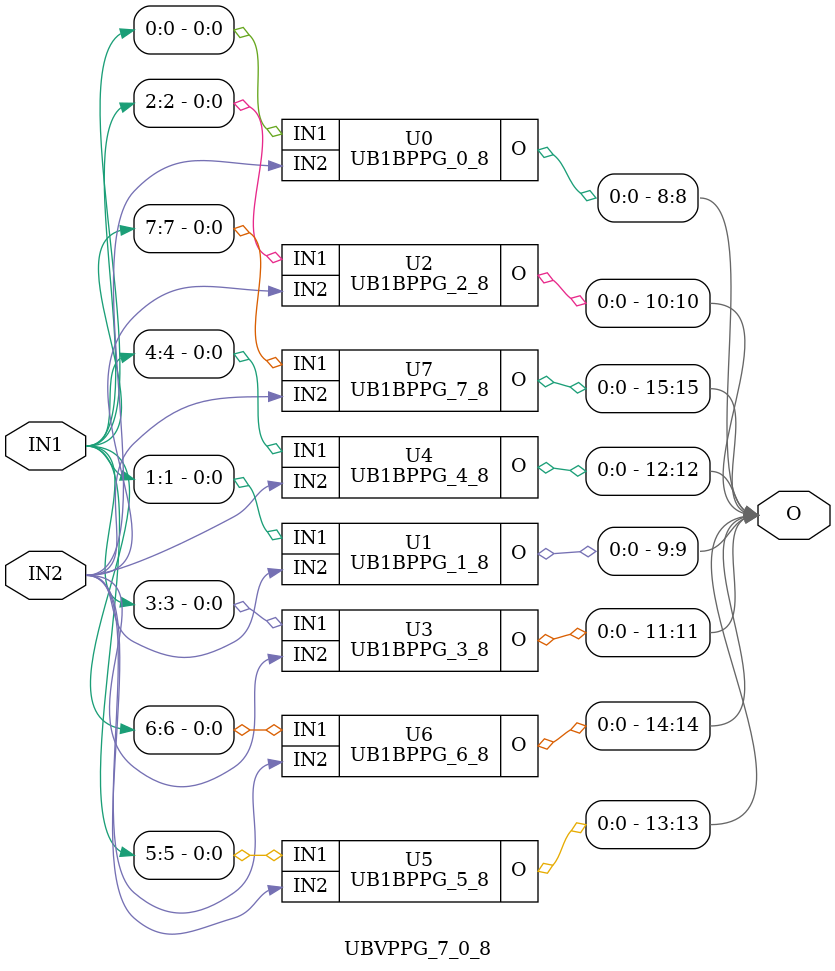
<source format=v>
/*----------------------------------------------------------------------------
  Copyright (c) 2021 Homma laboratory. All rights reserved.

  Top module: Multiplier_7_0_10000

  Number system: Unsigned binary
  Multiplicand length: 8
  Multiplier length: 11
  Partial product generation: Simple PPG
  Partial product accumulation: Redundant binary addition tree
  Final stage addition: Carry look-ahead adder
----------------------------------------------------------------------------*/

module UB1BPPG_0_0(O, IN1, IN2);
  output O;
  input IN1;
  input IN2;
  assign O = IN1 & IN2;
endmodule

module UB1BPPG_1_0(O, IN1, IN2);
  output O;
  input IN1;
  input IN2;
  assign O = IN1 & IN2;
endmodule

module UB1BPPG_2_0(O, IN1, IN2);
  output O;
  input IN1;
  input IN2;
  assign O = IN1 & IN2;
endmodule

module UB1BPPG_3_0(O, IN1, IN2);
  output O;
  input IN1;
  input IN2;
  assign O = IN1 & IN2;
endmodule

module UB1BPPG_4_0(O, IN1, IN2);
  output O;
  input IN1;
  input IN2;
  assign O = IN1 & IN2;
endmodule

module UB1BPPG_5_0(O, IN1, IN2);
  output O;
  input IN1;
  input IN2;
  assign O = IN1 & IN2;
endmodule

module UB1BPPG_6_0(O, IN1, IN2);
  output O;
  input IN1;
  input IN2;
  assign O = IN1 & IN2;
endmodule

module UB1BPPG_7_0(O, IN1, IN2);
  output O;
  input IN1;
  input IN2;
  assign O = IN1 & IN2;
endmodule

module UB1BPPG_0_1(O, IN1, IN2);
  output O;
  input IN1;
  input IN2;
  assign O = IN1 & IN2;
endmodule

module UB1BPPG_1_1(O, IN1, IN2);
  output O;
  input IN1;
  input IN2;
  assign O = IN1 & IN2;
endmodule

module UB1BPPG_2_1(O, IN1, IN2);
  output O;
  input IN1;
  input IN2;
  assign O = IN1 & IN2;
endmodule

module UB1BPPG_3_1(O, IN1, IN2);
  output O;
  input IN1;
  input IN2;
  assign O = IN1 & IN2;
endmodule

module UB1BPPG_4_1(O, IN1, IN2);
  output O;
  input IN1;
  input IN2;
  assign O = IN1 & IN2;
endmodule

module UB1BPPG_5_1(O, IN1, IN2);
  output O;
  input IN1;
  input IN2;
  assign O = IN1 & IN2;
endmodule

module UB1BPPG_6_1(O, IN1, IN2);
  output O;
  input IN1;
  input IN2;
  assign O = IN1 & IN2;
endmodule

module UB1BPPG_7_1(O, IN1, IN2);
  output O;
  input IN1;
  input IN2;
  assign O = IN1 & IN2;
endmodule

module SignP_0(O);
  output O;
  assign O = 0;
endmodule

module BWCPN_1(O, I, S);
  output O;
  input I;
  input S;
  assign O = S ^ ( ~ I );
endmodule

module BWCPN_2(O, I, S);
  output O;
  input I;
  input S;
  assign O = S ^ ( ~ I );
endmodule

module BWCPN_3(O, I, S);
  output O;
  input I;
  input S;
  assign O = S ^ ( ~ I );
endmodule

module BWCPN_4(O, I, S);
  output O;
  input I;
  input S;
  assign O = S ^ ( ~ I );
endmodule

module BWCPN_5(O, I, S);
  output O;
  input I;
  input S;
  assign O = S ^ ( ~ I );
endmodule

module BWCPN_6(O, I, S);
  output O;
  input I;
  input S;
  assign O = S ^ ( ~ I );
endmodule

module BWCPN_7(O, I, S);
  output O;
  input I;
  input S;
  assign O = S ^ ( ~ I );
endmodule

module BWCPN_8(O, I, S);
  output O;
  input I;
  input S;
  assign O = S ^ ( ~ I );
endmodule

module NUBBBG_1(O, S);
  output O;
  input S;
  assign O = ~ S;
endmodule

module UBHBBG_9(O, S);
  output O;
  input S;
  assign O = ~ S;
endmodule

module UB1DCON_9(O, I);
  output O;
  input I;
  assign O = I;
endmodule

module UBZero_8_8(O);
  output [8:8] O;
  assign O[8] = 0;
endmodule

module UB1DCON_0(O, I);
  output O;
  input I;
  assign O = I;
endmodule

module UB1DCON_1(O, I);
  output O;
  input I;
  assign O = I;
endmodule

module UB1DCON_2(O, I);
  output O;
  input I;
  assign O = I;
endmodule

module UB1DCON_3(O, I);
  output O;
  input I;
  assign O = I;
endmodule

module UB1DCON_4(O, I);
  output O;
  input I;
  assign O = I;
endmodule

module UB1DCON_5(O, I);
  output O;
  input I;
  assign O = I;
endmodule

module UB1DCON_6(O, I);
  output O;
  input I;
  assign O = I;
endmodule

module UB1DCON_7(O, I);
  output O;
  input I;
  assign O = I;
endmodule

module NUBZero_9_9(O);
  output [9:9] O;
  assign O[9] = 0;
endmodule

module NUBZero_0_0(O);
  output [0:0] O;
  assign O[0] = 0;
endmodule

module NUB1DCON_9(O, I);
  output O;
  input I;
  assign O = I;
endmodule

module NUB1DCON_1(O, I);
  output O;
  input I;
  assign O = I;
endmodule

module NUB1DCON_2(O, I);
  output O;
  input I;
  assign O = I;
endmodule

module NUB1DCON_3(O, I);
  output O;
  input I;
  assign O = I;
endmodule

module NUB1DCON_4(O, I);
  output O;
  input I;
  assign O = I;
endmodule

module NUB1DCON_5(O, I);
  output O;
  input I;
  assign O = I;
endmodule

module NUB1DCON_6(O, I);
  output O;
  input I;
  assign O = I;
endmodule

module NUB1DCON_7(O, I);
  output O;
  input I;
  assign O = I;
endmodule

module NUB1DCON_8(O, I);
  output O;
  input I;
  assign O = I;
endmodule

module NUB1DCON_0(O, I);
  output O;
  input I;
  assign O = I;
endmodule

module SD2DigitCom_0(O_p, O_n, I_n, I_p);
  output O_p, O_n;
  input I_n;
  input I_p;
  assign O_p = I_p;
  assign O_n = I_n;
endmodule

module SD2DigitCom_1(O_p, O_n, I_n, I_p);
  output O_p, O_n;
  input I_n;
  input I_p;
  assign O_p = I_p;
  assign O_n = I_n;
endmodule

module SD2DigitCom_2(O_p, O_n, I_n, I_p);
  output O_p, O_n;
  input I_n;
  input I_p;
  assign O_p = I_p;
  assign O_n = I_n;
endmodule

module SD2DigitCom_3(O_p, O_n, I_n, I_p);
  output O_p, O_n;
  input I_n;
  input I_p;
  assign O_p = I_p;
  assign O_n = I_n;
endmodule

module SD2DigitCom_4(O_p, O_n, I_n, I_p);
  output O_p, O_n;
  input I_n;
  input I_p;
  assign O_p = I_p;
  assign O_n = I_n;
endmodule

module SD2DigitCom_5(O_p, O_n, I_n, I_p);
  output O_p, O_n;
  input I_n;
  input I_p;
  assign O_p = I_p;
  assign O_n = I_n;
endmodule

module SD2DigitCom_6(O_p, O_n, I_n, I_p);
  output O_p, O_n;
  input I_n;
  input I_p;
  assign O_p = I_p;
  assign O_n = I_n;
endmodule

module SD2DigitCom_7(O_p, O_n, I_n, I_p);
  output O_p, O_n;
  input I_n;
  input I_p;
  assign O_p = I_p;
  assign O_n = I_n;
endmodule

module SD2DigitCom_8(O_p, O_n, I_n, I_p);
  output O_p, O_n;
  input I_n;
  input I_p;
  assign O_p = I_p;
  assign O_n = I_n;
endmodule

module SD2DigitCom_9(O_p, O_n, I_n, I_p);
  output O_p, O_n;
  input I_n;
  input I_p;
  assign O_p = I_p;
  assign O_n = I_n;
endmodule

module UB1BPPG_0_2(O, IN1, IN2);
  output O;
  input IN1;
  input IN2;
  assign O = IN1 & IN2;
endmodule

module UB1BPPG_1_2(O, IN1, IN2);
  output O;
  input IN1;
  input IN2;
  assign O = IN1 & IN2;
endmodule

module UB1BPPG_2_2(O, IN1, IN2);
  output O;
  input IN1;
  input IN2;
  assign O = IN1 & IN2;
endmodule

module UB1BPPG_3_2(O, IN1, IN2);
  output O;
  input IN1;
  input IN2;
  assign O = IN1 & IN2;
endmodule

module UB1BPPG_4_2(O, IN1, IN2);
  output O;
  input IN1;
  input IN2;
  assign O = IN1 & IN2;
endmodule

module UB1BPPG_5_2(O, IN1, IN2);
  output O;
  input IN1;
  input IN2;
  assign O = IN1 & IN2;
endmodule

module UB1BPPG_6_2(O, IN1, IN2);
  output O;
  input IN1;
  input IN2;
  assign O = IN1 & IN2;
endmodule

module UB1BPPG_7_2(O, IN1, IN2);
  output O;
  input IN1;
  input IN2;
  assign O = IN1 & IN2;
endmodule

module UB1BPPG_0_3(O, IN1, IN2);
  output O;
  input IN1;
  input IN2;
  assign O = IN1 & IN2;
endmodule

module UB1BPPG_1_3(O, IN1, IN2);
  output O;
  input IN1;
  input IN2;
  assign O = IN1 & IN2;
endmodule

module UB1BPPG_2_3(O, IN1, IN2);
  output O;
  input IN1;
  input IN2;
  assign O = IN1 & IN2;
endmodule

module UB1BPPG_3_3(O, IN1, IN2);
  output O;
  input IN1;
  input IN2;
  assign O = IN1 & IN2;
endmodule

module UB1BPPG_4_3(O, IN1, IN2);
  output O;
  input IN1;
  input IN2;
  assign O = IN1 & IN2;
endmodule

module UB1BPPG_5_3(O, IN1, IN2);
  output O;
  input IN1;
  input IN2;
  assign O = IN1 & IN2;
endmodule

module UB1BPPG_6_3(O, IN1, IN2);
  output O;
  input IN1;
  input IN2;
  assign O = IN1 & IN2;
endmodule

module UB1BPPG_7_3(O, IN1, IN2);
  output O;
  input IN1;
  input IN2;
  assign O = IN1 & IN2;
endmodule

module BWCPN_9(O, I, S);
  output O;
  input I;
  input S;
  assign O = S ^ ( ~ I );
endmodule

module BWCPN_10(O, I, S);
  output O;
  input I;
  input S;
  assign O = S ^ ( ~ I );
endmodule

module NUBBBG_3(O, S);
  output O;
  input S;
  assign O = ~ S;
endmodule

module UBHBBG_11(O, S);
  output O;
  input S;
  assign O = ~ S;
endmodule

module UB1DCON_11(O, I);
  output O;
  input I;
  assign O = I;
endmodule

module UBZero_10_10(O);
  output [10:10] O;
  assign O[10] = 0;
endmodule

module UB1DCON_8(O, I);
  output O;
  input I;
  assign O = I;
endmodule

module NUBZero_11_11(O);
  output [11:11] O;
  assign O[11] = 0;
endmodule

module NUBZero_2_2(O);
  output [2:2] O;
  assign O[2] = 0;
endmodule

module NUB1DCON_11(O, I);
  output O;
  input I;
  assign O = I;
endmodule

module NUB1DCON_10(O, I);
  output O;
  input I;
  assign O = I;
endmodule

module SD2DigitCom_10(O_p, O_n, I_n, I_p);
  output O_p, O_n;
  input I_n;
  input I_p;
  assign O_p = I_p;
  assign O_n = I_n;
endmodule

module SD2DigitCom_11(O_p, O_n, I_n, I_p);
  output O_p, O_n;
  input I_n;
  input I_p;
  assign O_p = I_p;
  assign O_n = I_n;
endmodule

module UB1BPPG_0_4(O, IN1, IN2);
  output O;
  input IN1;
  input IN2;
  assign O = IN1 & IN2;
endmodule

module UB1BPPG_1_4(O, IN1, IN2);
  output O;
  input IN1;
  input IN2;
  assign O = IN1 & IN2;
endmodule

module UB1BPPG_2_4(O, IN1, IN2);
  output O;
  input IN1;
  input IN2;
  assign O = IN1 & IN2;
endmodule

module UB1BPPG_3_4(O, IN1, IN2);
  output O;
  input IN1;
  input IN2;
  assign O = IN1 & IN2;
endmodule

module UB1BPPG_4_4(O, IN1, IN2);
  output O;
  input IN1;
  input IN2;
  assign O = IN1 & IN2;
endmodule

module UB1BPPG_5_4(O, IN1, IN2);
  output O;
  input IN1;
  input IN2;
  assign O = IN1 & IN2;
endmodule

module UB1BPPG_6_4(O, IN1, IN2);
  output O;
  input IN1;
  input IN2;
  assign O = IN1 & IN2;
endmodule

module UB1BPPG_7_4(O, IN1, IN2);
  output O;
  input IN1;
  input IN2;
  assign O = IN1 & IN2;
endmodule

module UB1BPPG_0_5(O, IN1, IN2);
  output O;
  input IN1;
  input IN2;
  assign O = IN1 & IN2;
endmodule

module UB1BPPG_1_5(O, IN1, IN2);
  output O;
  input IN1;
  input IN2;
  assign O = IN1 & IN2;
endmodule

module UB1BPPG_2_5(O, IN1, IN2);
  output O;
  input IN1;
  input IN2;
  assign O = IN1 & IN2;
endmodule

module UB1BPPG_3_5(O, IN1, IN2);
  output O;
  input IN1;
  input IN2;
  assign O = IN1 & IN2;
endmodule

module UB1BPPG_4_5(O, IN1, IN2);
  output O;
  input IN1;
  input IN2;
  assign O = IN1 & IN2;
endmodule

module UB1BPPG_5_5(O, IN1, IN2);
  output O;
  input IN1;
  input IN2;
  assign O = IN1 & IN2;
endmodule

module UB1BPPG_6_5(O, IN1, IN2);
  output O;
  input IN1;
  input IN2;
  assign O = IN1 & IN2;
endmodule

module UB1BPPG_7_5(O, IN1, IN2);
  output O;
  input IN1;
  input IN2;
  assign O = IN1 & IN2;
endmodule

module BWCPN_11(O, I, S);
  output O;
  input I;
  input S;
  assign O = S ^ ( ~ I );
endmodule

module BWCPN_12(O, I, S);
  output O;
  input I;
  input S;
  assign O = S ^ ( ~ I );
endmodule

module NUBBBG_5(O, S);
  output O;
  input S;
  assign O = ~ S;
endmodule

module UBHBBG_13(O, S);
  output O;
  input S;
  assign O = ~ S;
endmodule

module UB1DCON_13(O, I);
  output O;
  input I;
  assign O = I;
endmodule

module UBZero_12_12(O);
  output [12:12] O;
  assign O[12] = 0;
endmodule

module UB1DCON_10(O, I);
  output O;
  input I;
  assign O = I;
endmodule

module NUBZero_13_13(O);
  output [13:13] O;
  assign O[13] = 0;
endmodule

module NUBZero_4_4(O);
  output [4:4] O;
  assign O[4] = 0;
endmodule

module NUB1DCON_13(O, I);
  output O;
  input I;
  assign O = I;
endmodule

module NUB1DCON_12(O, I);
  output O;
  input I;
  assign O = I;
endmodule

module SD2DigitCom_12(O_p, O_n, I_n, I_p);
  output O_p, O_n;
  input I_n;
  input I_p;
  assign O_p = I_p;
  assign O_n = I_n;
endmodule

module SD2DigitCom_13(O_p, O_n, I_n, I_p);
  output O_p, O_n;
  input I_n;
  input I_p;
  assign O_p = I_p;
  assign O_n = I_n;
endmodule

module UB1BPPG_0_6(O, IN1, IN2);
  output O;
  input IN1;
  input IN2;
  assign O = IN1 & IN2;
endmodule

module UB1BPPG_1_6(O, IN1, IN2);
  output O;
  input IN1;
  input IN2;
  assign O = IN1 & IN2;
endmodule

module UB1BPPG_2_6(O, IN1, IN2);
  output O;
  input IN1;
  input IN2;
  assign O = IN1 & IN2;
endmodule

module UB1BPPG_3_6(O, IN1, IN2);
  output O;
  input IN1;
  input IN2;
  assign O = IN1 & IN2;
endmodule

module UB1BPPG_4_6(O, IN1, IN2);
  output O;
  input IN1;
  input IN2;
  assign O = IN1 & IN2;
endmodule

module UB1BPPG_5_6(O, IN1, IN2);
  output O;
  input IN1;
  input IN2;
  assign O = IN1 & IN2;
endmodule

module UB1BPPG_6_6(O, IN1, IN2);
  output O;
  input IN1;
  input IN2;
  assign O = IN1 & IN2;
endmodule

module UB1BPPG_7_6(O, IN1, IN2);
  output O;
  input IN1;
  input IN2;
  assign O = IN1 & IN2;
endmodule

module UB1BPPG_0_7(O, IN1, IN2);
  output O;
  input IN1;
  input IN2;
  assign O = IN1 & IN2;
endmodule

module UB1BPPG_1_7(O, IN1, IN2);
  output O;
  input IN1;
  input IN2;
  assign O = IN1 & IN2;
endmodule

module UB1BPPG_2_7(O, IN1, IN2);
  output O;
  input IN1;
  input IN2;
  assign O = IN1 & IN2;
endmodule

module UB1BPPG_3_7(O, IN1, IN2);
  output O;
  input IN1;
  input IN2;
  assign O = IN1 & IN2;
endmodule

module UB1BPPG_4_7(O, IN1, IN2);
  output O;
  input IN1;
  input IN2;
  assign O = IN1 & IN2;
endmodule

module UB1BPPG_5_7(O, IN1, IN2);
  output O;
  input IN1;
  input IN2;
  assign O = IN1 & IN2;
endmodule

module UB1BPPG_6_7(O, IN1, IN2);
  output O;
  input IN1;
  input IN2;
  assign O = IN1 & IN2;
endmodule

module UB1BPPG_7_7(O, IN1, IN2);
  output O;
  input IN1;
  input IN2;
  assign O = IN1 & IN2;
endmodule

module BWCPN_13(O, I, S);
  output O;
  input I;
  input S;
  assign O = S ^ ( ~ I );
endmodule

module BWCPN_14(O, I, S);
  output O;
  input I;
  input S;
  assign O = S ^ ( ~ I );
endmodule

module NUBBBG_7(O, S);
  output O;
  input S;
  assign O = ~ S;
endmodule

module UBHBBG_15(O, S);
  output O;
  input S;
  assign O = ~ S;
endmodule

module UB1DCON_15(O, I);
  output O;
  input I;
  assign O = I;
endmodule

module UBZero_14_14(O);
  output [14:14] O;
  assign O[14] = 0;
endmodule

module UB1DCON_12(O, I);
  output O;
  input I;
  assign O = I;
endmodule

module NUBZero_15_15(O);
  output [15:15] O;
  assign O[15] = 0;
endmodule

module NUBZero_6_6(O);
  output [6:6] O;
  assign O[6] = 0;
endmodule

module NUB1DCON_15(O, I);
  output O;
  input I;
  assign O = I;
endmodule

module NUB1DCON_14(O, I);
  output O;
  input I;
  assign O = I;
endmodule

module SD2DigitCom_14(O_p, O_n, I_n, I_p);
  output O_p, O_n;
  input I_n;
  input I_p;
  assign O_p = I_p;
  assign O_n = I_n;
endmodule

module SD2DigitCom_15(O_p, O_n, I_n, I_p);
  output O_p, O_n;
  input I_n;
  input I_p;
  assign O_p = I_p;
  assign O_n = I_n;
endmodule

module UB1BPPG_0_8(O, IN1, IN2);
  output O;
  input IN1;
  input IN2;
  assign O = IN1 & IN2;
endmodule

module UB1BPPG_1_8(O, IN1, IN2);
  output O;
  input IN1;
  input IN2;
  assign O = IN1 & IN2;
endmodule

module UB1BPPG_2_8(O, IN1, IN2);
  output O;
  input IN1;
  input IN2;
  assign O = IN1 & IN2;
endmodule

module UB1BPPG_3_8(O, IN1, IN2);
  output O;
  input IN1;
  input IN2;
  assign O = IN1 & IN2;
endmodule

module UB1BPPG_4_8(O, IN1, IN2);
  output O;
  input IN1;
  input IN2;
  assign O = IN1 & IN2;
endmodule

module UB1BPPG_5_8(O, IN1, IN2);
  output O;
  input IN1;
  input IN2;
  assign O = IN1 & IN2;
endmodule

module UB1BPPG_6_8(O, IN1, IN2);
  output O;
  input IN1;
  input IN2;
  assign O = IN1 & IN2;
endmodule

module UB1BPPG_7_8(O, IN1, IN2);
  output O;
  input IN1;
  input IN2;
  assign O = IN1 & IN2;
endmodule

module UB1BPPG_0_9(O, IN1, IN2);
  output O;
  input IN1;
  input IN2;
  assign O = IN1 & IN2;
endmodule

module UB1BPPG_1_9(O, IN1, IN2);
  output O;
  input IN1;
  input IN2;
  assign O = IN1 & IN2;
endmodule

module UB1BPPG_2_9(O, IN1, IN2);
  output O;
  input IN1;
  input IN2;
  assign O = IN1 & IN2;
endmodule

module UB1BPPG_3_9(O, IN1, IN2);
  output O;
  input IN1;
  input IN2;
  assign O = IN1 & IN2;
endmodule

module UB1BPPG_4_9(O, IN1, IN2);
  output O;
  input IN1;
  input IN2;
  assign O = IN1 & IN2;
endmodule

module UB1BPPG_5_9(O, IN1, IN2);
  output O;
  input IN1;
  input IN2;
  assign O = IN1 & IN2;
endmodule

module UB1BPPG_6_9(O, IN1, IN2);
  output O;
  input IN1;
  input IN2;
  assign O = IN1 & IN2;
endmodule

module UB1BPPG_7_9(O, IN1, IN2);
  output O;
  input IN1;
  input IN2;
  assign O = IN1 & IN2;
endmodule

module BWCPN_15(O, I, S);
  output O;
  input I;
  input S;
  assign O = S ^ ( ~ I );
endmodule

module BWCPN_16(O, I, S);
  output O;
  input I;
  input S;
  assign O = S ^ ( ~ I );
endmodule

module NUBBBG_9(O, S);
  output O;
  input S;
  assign O = ~ S;
endmodule

module UBHBBG_17(O, S);
  output O;
  input S;
  assign O = ~ S;
endmodule

module UB1DCON_17(O, I);
  output O;
  input I;
  assign O = I;
endmodule

module UBZero_16_16(O);
  output [16:16] O;
  assign O[16] = 0;
endmodule

module UB1DCON_14(O, I);
  output O;
  input I;
  assign O = I;
endmodule

module NUBZero_17_17(O);
  output [17:17] O;
  assign O[17] = 0;
endmodule

module NUBZero_8_8(O);
  output [8:8] O;
  assign O[8] = 0;
endmodule

module NUB1DCON_17(O, I);
  output O;
  input I;
  assign O = I;
endmodule

module NUB1DCON_16(O, I);
  output O;
  input I;
  assign O = I;
endmodule

module SD2DigitCom_16(O_p, O_n, I_n, I_p);
  output O_p, O_n;
  input I_n;
  input I_p;
  assign O_p = I_p;
  assign O_n = I_n;
endmodule

module SD2DigitCom_17(O_p, O_n, I_n, I_p);
  output O_p, O_n;
  input I_n;
  input I_p;
  assign O_p = I_p;
  assign O_n = I_n;
endmodule

module UB1BPPG_0_10(O, IN1, IN2);
  output O;
  input IN1;
  input IN2;
  assign O = IN1 & IN2;
endmodule

module UB1BPPG_1_10(O, IN1, IN2);
  output O;
  input IN1;
  input IN2;
  assign O = IN1 & IN2;
endmodule

module UB1BPPG_2_10(O, IN1, IN2);
  output O;
  input IN1;
  input IN2;
  assign O = IN1 & IN2;
endmodule

module UB1BPPG_3_10(O, IN1, IN2);
  output O;
  input IN1;
  input IN2;
  assign O = IN1 & IN2;
endmodule

module UB1BPPG_4_10(O, IN1, IN2);
  output O;
  input IN1;
  input IN2;
  assign O = IN1 & IN2;
endmodule

module UB1BPPG_5_10(O, IN1, IN2);
  output O;
  input IN1;
  input IN2;
  assign O = IN1 & IN2;
endmodule

module UB1BPPG_6_10(O, IN1, IN2);
  output O;
  input IN1;
  input IN2;
  assign O = IN1 & IN2;
endmodule

module UB1BPPG_7_10(O, IN1, IN2);
  output O;
  input IN1;
  input IN2;
  assign O = IN1 & IN2;
endmodule

module NUBZero_17_10(O);
  output [17:10] O;
  assign O[10] = 0;
  assign O[11] = 0;
  assign O[12] = 0;
  assign O[13] = 0;
  assign O[14] = 0;
  assign O[15] = 0;
  assign O[16] = 0;
  assign O[17] = 0;
endmodule

module UBZero_9_1(O);
  output [9:1] O;
  assign O[1] = 0;
  assign O[2] = 0;
  assign O[3] = 0;
  assign O[4] = 0;
  assign O[5] = 0;
  assign O[6] = 0;
  assign O[7] = 0;
  assign O[8] = 0;
  assign O[9] = 0;
endmodule

module UB1DCON_16(O, I);
  output O;
  input I;
  assign O = I;
endmodule

module SD2_PN_A_Zero_11_000(O_p, O_n);
  output [11:10] O_p, O_n;
  assign O_p[10] = 0;
  assign O_n[10] = 0;
  assign O_p[11] = 0;
  assign O_n[11] = 0;
endmodule

module SD2_PN_A1DCON_10(O_p, O_n, I_p, I_n);
  output O_p, O_n;
  input I_p, I_n;
  assign O_p = I_p;
  assign O_n = I_n;
endmodule

module SD2_PN_A1DCON_11(O_p, O_n, I_p, I_n);
  output O_p, O_n;
  input I_p, I_n;
  assign O_p = I_p;
  assign O_n = I_n;
endmodule

module SD2_PN_A1DCON_0(O_p, O_n, I_p, I_n);
  output O_p, O_n;
  input I_p, I_n;
  assign O_p = I_p;
  assign O_n = I_n;
endmodule

module SD2_PN_A1DCON_1(O_p, O_n, I_p, I_n);
  output O_p, O_n;
  input I_p, I_n;
  assign O_p = I_p;
  assign O_n = I_n;
endmodule

module SD2_PN_A1DCON_2(O_p, O_n, I_p, I_n);
  output O_p, O_n;
  input I_p, I_n;
  assign O_p = I_p;
  assign O_n = I_n;
endmodule

module SD2_PN_A1DCON_3(O_p, O_n, I_p, I_n);
  output O_p, O_n;
  input I_p, I_n;
  assign O_p = I_p;
  assign O_n = I_n;
endmodule

module SD2_PN_A1DCON_4(O_p, O_n, I_p, I_n);
  output O_p, O_n;
  input I_p, I_n;
  assign O_p = I_p;
  assign O_n = I_n;
endmodule

module SD2_PN_A1DCON_5(O_p, O_n, I_p, I_n);
  output O_p, O_n;
  input I_p, I_n;
  assign O_p = I_p;
  assign O_n = I_n;
endmodule

module SD2_PN_A1DCON_6(O_p, O_n, I_p, I_n);
  output O_p, O_n;
  input I_p, I_n;
  assign O_p = I_p;
  assign O_n = I_n;
endmodule

module SD2_PN_A1DCON_7(O_p, O_n, I_p, I_n);
  output O_p, O_n;
  input I_p, I_n;
  assign O_p = I_p;
  assign O_n = I_n;
endmodule

module SD2_PN_A1DCON_8(O_p, O_n, I_p, I_n);
  output O_p, O_n;
  input I_p, I_n;
  assign O_p = I_p;
  assign O_n = I_n;
endmodule

module SD2_PN_A1DCON_9(O_p, O_n, I_p, I_n);
  output O_p, O_n;
  input I_p, I_n;
  assign O_p = I_p;
  assign O_n = I_n;
endmodule

module UBZero_2_2(O);
  output [2:2] O;
  assign O[2] = 0;
endmodule

module SD2DigitDecom_PN_000(X, Y, I_p, I_n);
  output [2:2] X;
  output [2:2] Y;
  input [2:2] I_p, I_n;
  assign X = ~ I_n[2];
  assign Y = I_p[2];
endmodule

module UBFA_2(C, S, X, Y, Z);
  output C;
  output S;
  input X;
  input Y;
  input Z;
  assign C = ( X & Y ) | ( Y & Z ) | ( Z & X );
  assign S = X ^ Y ^ Z;
endmodule

module UBInv_3(O, I);
  output [3:3] O;
  input [3:3] I;
  assign O[3] = ~ I[3];
endmodule

module SD2DigitDecom_PN_001(X, Y, I_p, I_n);
  output [3:3] X;
  output [3:3] Y;
  input [3:3] I_p, I_n;
  assign X = ~ I_n[3];
  assign Y = I_p[3];
endmodule

module UBFA_3(C, S, X, Y, Z);
  output C;
  output S;
  input X;
  input Y;
  input Z;
  assign C = ( X & Y ) | ( Y & Z ) | ( Z & X );
  assign S = X ^ Y ^ Z;
endmodule

module UBInv_4(O, I);
  output [4:4] O;
  input [4:4] I;
  assign O[4] = ~ I[4];
endmodule

module SD2DigitDecom_PN_002(X, Y, I_p, I_n);
  output [4:4] X;
  output [4:4] Y;
  input [4:4] I_p, I_n;
  assign X = ~ I_n[4];
  assign Y = I_p[4];
endmodule

module UBFA_4(C, S, X, Y, Z);
  output C;
  output S;
  input X;
  input Y;
  input Z;
  assign C = ( X & Y ) | ( Y & Z ) | ( Z & X );
  assign S = X ^ Y ^ Z;
endmodule

module UBInv_5(O, I);
  output [5:5] O;
  input [5:5] I;
  assign O[5] = ~ I[5];
endmodule

module SD2DigitDecom_PN_003(X, Y, I_p, I_n);
  output [5:5] X;
  output [5:5] Y;
  input [5:5] I_p, I_n;
  assign X = ~ I_n[5];
  assign Y = I_p[5];
endmodule

module UBFA_5(C, S, X, Y, Z);
  output C;
  output S;
  input X;
  input Y;
  input Z;
  assign C = ( X & Y ) | ( Y & Z ) | ( Z & X );
  assign S = X ^ Y ^ Z;
endmodule

module UBInv_6(O, I);
  output [6:6] O;
  input [6:6] I;
  assign O[6] = ~ I[6];
endmodule

module SD2DigitDecom_PN_004(X, Y, I_p, I_n);
  output [6:6] X;
  output [6:6] Y;
  input [6:6] I_p, I_n;
  assign X = ~ I_n[6];
  assign Y = I_p[6];
endmodule

module UBFA_6(C, S, X, Y, Z);
  output C;
  output S;
  input X;
  input Y;
  input Z;
  assign C = ( X & Y ) | ( Y & Z ) | ( Z & X );
  assign S = X ^ Y ^ Z;
endmodule

module UBInv_7(O, I);
  output [7:7] O;
  input [7:7] I;
  assign O[7] = ~ I[7];
endmodule

module SD2DigitDecom_PN_005(X, Y, I_p, I_n);
  output [7:7] X;
  output [7:7] Y;
  input [7:7] I_p, I_n;
  assign X = ~ I_n[7];
  assign Y = I_p[7];
endmodule

module UBFA_7(C, S, X, Y, Z);
  output C;
  output S;
  input X;
  input Y;
  input Z;
  assign C = ( X & Y ) | ( Y & Z ) | ( Z & X );
  assign S = X ^ Y ^ Z;
endmodule

module UBInv_8(O, I);
  output [8:8] O;
  input [8:8] I;
  assign O[8] = ~ I[8];
endmodule

module SD2DigitDecom_PN_006(X, Y, I_p, I_n);
  output [8:8] X;
  output [8:8] Y;
  input [8:8] I_p, I_n;
  assign X = ~ I_n[8];
  assign Y = I_p[8];
endmodule

module UBFA_8(C, S, X, Y, Z);
  output C;
  output S;
  input X;
  input Y;
  input Z;
  assign C = ( X & Y ) | ( Y & Z ) | ( Z & X );
  assign S = X ^ Y ^ Z;
endmodule

module UBInv_9(O, I);
  output [9:9] O;
  input [9:9] I;
  assign O[9] = ~ I[9];
endmodule

module SD2DigitDecom_PN_007(X, Y, I_p, I_n);
  output [9:9] X;
  output [9:9] Y;
  input [9:9] I_p, I_n;
  assign X = ~ I_n[9];
  assign Y = I_p[9];
endmodule

module UBFA_9(C, S, X, Y, Z);
  output C;
  output S;
  input X;
  input Y;
  input Z;
  assign C = ( X & Y ) | ( Y & Z ) | ( Z & X );
  assign S = X ^ Y ^ Z;
endmodule

module UBInv_10(O, I);
  output [10:10] O;
  input [10:10] I;
  assign O[10] = ~ I[10];
endmodule

module SD2DigitDecom_PN_008(X, Y, I_p, I_n);
  output [10:10] X;
  output [10:10] Y;
  input [10:10] I_p, I_n;
  assign X = ~ I_n[10];
  assign Y = I_p[10];
endmodule

module UBFA_10(C, S, X, Y, Z);
  output C;
  output S;
  input X;
  input Y;
  input Z;
  assign C = ( X & Y ) | ( Y & Z ) | ( Z & X );
  assign S = X ^ Y ^ Z;
endmodule

module UBInv_11(O, I);
  output [11:11] O;
  input [11:11] I;
  assign O[11] = ~ I[11];
endmodule

module SD2DigitDecom_PN_009(X, Y, I_p, I_n);
  output [11:11] X;
  output [11:11] Y;
  input [11:11] I_p, I_n;
  assign X = ~ I_n[11];
  assign Y = I_p[11];
endmodule

module UBFA_11(C, S, X, Y, Z);
  output C;
  output S;
  input X;
  input Y;
  input Z;
  assign C = ( X & Y ) | ( Y & Z ) | ( Z & X );
  assign S = X ^ Y ^ Z;
endmodule

module UBInv_12(O, I);
  output [12:12] O;
  input [12:12] I;
  assign O[12] = ~ I[12];
endmodule

module SD2_PN_A_Zero_15_000(O_p, O_n);
  output [15:14] O_p, O_n;
  assign O_p[14] = 0;
  assign O_n[14] = 0;
  assign O_p[15] = 0;
  assign O_n[15] = 0;
endmodule

module SD2_PN_A1DCON_14(O_p, O_n, I_p, I_n);
  output O_p, O_n;
  input I_p, I_n;
  assign O_p = I_p;
  assign O_n = I_n;
endmodule

module SD2_PN_A1DCON_15(O_p, O_n, I_p, I_n);
  output O_p, O_n;
  input I_p, I_n;
  assign O_p = I_p;
  assign O_n = I_n;
endmodule

module SD2_PN_A1DCON_12(O_p, O_n, I_p, I_n);
  output O_p, O_n;
  input I_p, I_n;
  assign O_p = I_p;
  assign O_n = I_n;
endmodule

module SD2_PN_A1DCON_13(O_p, O_n, I_p, I_n);
  output O_p, O_n;
  input I_p, I_n;
  assign O_p = I_p;
  assign O_n = I_n;
endmodule

module UBZero_6_6(O);
  output [6:6] O;
  assign O[6] = 0;
endmodule

module SD2DigitDecom_PN_010(X, Y, I_p, I_n);
  output [12:12] X;
  output [12:12] Y;
  input [12:12] I_p, I_n;
  assign X = ~ I_n[12];
  assign Y = I_p[12];
endmodule

module UBFA_12(C, S, X, Y, Z);
  output C;
  output S;
  input X;
  input Y;
  input Z;
  assign C = ( X & Y ) | ( Y & Z ) | ( Z & X );
  assign S = X ^ Y ^ Z;
endmodule

module UBInv_13(O, I);
  output [13:13] O;
  input [13:13] I;
  assign O[13] = ~ I[13];
endmodule

module SD2DigitDecom_PN_011(X, Y, I_p, I_n);
  output [13:13] X;
  output [13:13] Y;
  input [13:13] I_p, I_n;
  assign X = ~ I_n[13];
  assign Y = I_p[13];
endmodule

module UBFA_13(C, S, X, Y, Z);
  output C;
  output S;
  input X;
  input Y;
  input Z;
  assign C = ( X & Y ) | ( Y & Z ) | ( Z & X );
  assign S = X ^ Y ^ Z;
endmodule

module UBInv_14(O, I);
  output [14:14] O;
  input [14:14] I;
  assign O[14] = ~ I[14];
endmodule

module SD2DigitDecom_PN_012(X, Y, I_p, I_n);
  output [14:14] X;
  output [14:14] Y;
  input [14:14] I_p, I_n;
  assign X = ~ I_n[14];
  assign Y = I_p[14];
endmodule

module UBFA_14(C, S, X, Y, Z);
  output C;
  output S;
  input X;
  input Y;
  input Z;
  assign C = ( X & Y ) | ( Y & Z ) | ( Z & X );
  assign S = X ^ Y ^ Z;
endmodule

module UBInv_15(O, I);
  output [15:15] O;
  input [15:15] I;
  assign O[15] = ~ I[15];
endmodule

module SD2DigitDecom_PN_013(X, Y, I_p, I_n);
  output [15:15] X;
  output [15:15] Y;
  input [15:15] I_p, I_n;
  assign X = ~ I_n[15];
  assign Y = I_p[15];
endmodule

module UBFA_15(C, S, X, Y, Z);
  output C;
  output S;
  input X;
  input Y;
  input Z;
  assign C = ( X & Y ) | ( Y & Z ) | ( Z & X );
  assign S = X ^ Y ^ Z;
endmodule

module UBInv_16(O, I);
  output [16:16] O;
  input [16:16] I;
  assign O[16] = ~ I[16];
endmodule

module SD2_PN_A_Zero_16_000(O_p, O_n);
  output [16:13] O_p, O_n;
  assign O_p[13] = 0;
  assign O_n[13] = 0;
  assign O_p[14] = 0;
  assign O_n[14] = 0;
  assign O_p[15] = 0;
  assign O_n[15] = 0;
  assign O_p[16] = 0;
  assign O_n[16] = 0;
endmodule

module SD2_PN_A1DCON_16(O_p, O_n, I_p, I_n);
  output O_p, O_n;
  input I_p, I_n;
  assign O_p = I_p;
  assign O_n = I_n;
endmodule

module UBZero_4_4(O);
  output [4:4] O;
  assign O[4] = 0;
endmodule

module SD2DigitDecom_PN_014(X, Y, I_p, I_n);
  output [16:16] X;
  output [16:16] Y;
  input [16:16] I_p, I_n;
  assign X = ~ I_n[16];
  assign Y = I_p[16];
endmodule

module UBFA_16(C, S, X, Y, Z);
  output C;
  output S;
  input X;
  input Y;
  input Z;
  assign C = ( X & Y ) | ( Y & Z ) | ( Z & X );
  assign S = X ^ Y ^ Z;
endmodule

module UBInv_17(O, I);
  output [17:17] O;
  input [17:17] I;
  assign O[17] = ~ I[17];
endmodule

module SD2DigitDecom_PN_015(X, Y, I_p, I_n);
  output [17:17] X;
  output [17:17] Y;
  input [17:17] I_p, I_n;
  assign X = ~ I_n[17];
  assign Y = I_p[17];
endmodule

module UBFA_17(C, S, X, Y, Z);
  output C;
  output S;
  input X;
  input Y;
  input Z;
  assign C = ( X & Y ) | ( Y & Z ) | ( Z & X );
  assign S = X ^ Y ^ Z;
endmodule

module UBInv_18(O, I);
  output [18:18] O;
  input [18:18] I;
  assign O[18] = ~ I[18];
endmodule

module SD2DigitCom_18(O_p, O_n, I_n, I_p);
  output O_p, O_n;
  input I_n;
  input I_p;
  assign O_p = I_p;
  assign O_n = I_n;
endmodule

module SD2_PN_A_Zero_18_000(O_p, O_n);
  output [18:18] O_p, O_n;
  assign O_p[18] = 0;
  assign O_n[18] = 0;
endmodule

module SD2_PN_A1DCON_18(O_p, O_n, I_p, I_n);
  output O_p, O_n;
  input I_p, I_n;
  assign O_p = I_p;
  assign O_n = I_n;
endmodule

module SD2_PN_A1DCON_17(O_p, O_n, I_p, I_n);
  output O_p, O_n;
  input I_p, I_n;
  assign O_p = I_p;
  assign O_n = I_n;
endmodule

module UBZero_1_1(O);
  output [1:1] O;
  assign O[1] = 0;
endmodule

module NUBZero_1_1(O);
  output [1:1] O;
  assign O[1] = 0;
endmodule

module SD2DigitDecom_PN_016(X, Y, I_p, I_n);
  output [1:1] X;
  output [1:1] Y;
  input [1:1] I_p, I_n;
  assign X = ~ I_n[1];
  assign Y = I_p[1];
endmodule

module UBFA_1(C, S, X, Y, Z);
  output C;
  output S;
  input X;
  input Y;
  input Z;
  assign C = ( X & Y ) | ( Y & Z ) | ( Z & X );
  assign S = X ^ Y ^ Z;
endmodule

module UBInv_2(O, I);
  output [2:2] O;
  input [2:2] I;
  assign O[2] = ~ I[2];
endmodule

module SD2DigitDecom_PN_017(X, Y, I_p, I_n);
  output [18:18] X;
  output [18:18] Y;
  input [18:18] I_p, I_n;
  assign X = ~ I_n[18];
  assign Y = I_p[18];
endmodule

module UBFA_18(C, S, X, Y, Z);
  output C;
  output S;
  input X;
  input Y;
  input Z;
  assign C = ( X & Y ) | ( Y & Z ) | ( Z & X );
  assign S = X ^ Y ^ Z;
endmodule

module UBInv_19(O, I);
  output [19:19] O;
  input [19:19] I;
  assign O[19] = ~ I[19];
endmodule

module SD2DigitCom_19(O_p, O_n, I_n, I_p);
  output O_p, O_n;
  input I_n;
  input I_p;
  assign O_p = I_p;
  assign O_n = I_n;
endmodule

module SD2DigitDecom_PN_018(X, Y, I_p, I_n);
  output [0:0] X;
  output [0:0] Y;
  input [0:0] I_p, I_n;
  assign X = ~ I_n[0];
  assign Y = I_p[0];
endmodule

module SD2DigitDecom_PN_019(X, Y, I_p, I_n);
  output [19:19] X;
  output [19:19] Y;
  input [19:19] I_p, I_n;
  assign X = ~ I_n[19];
  assign Y = I_p[19];
endmodule

module UBOne_0(O);
  output O;
  assign O = 1;
endmodule

module GPGenerator(Go, Po, A, B);
  output Go;
  output Po;
  input A;
  input B;
  assign Go = A & B;
  assign Po = A ^ B;
endmodule

module CLAUnit_20(C, G, P, Cin);
  output [20:1] C;
  input Cin;
  input [19:0] G;
  input [19:0] P;
  assign C[1] = G[0] | ( P[0] & Cin );
  assign C[2] = G[1] | ( P[1] & G[0] ) | ( P[1] & P[0] & Cin );
  assign C[3] = G[2] | ( P[2] & G[1] ) | ( P[2] & P[1] & G[0] ) | ( P[2] & P[1] & P[0] & Cin );
  assign C[4] = G[3] | ( P[3] & G[2] ) | ( P[3] & P[2] & G[1] ) | ( P[3] & P[2] & P[1] & G[0] ) | ( P[3] & P[2] & P[1] & P[0] & Cin );
  assign C[5] = G[4] | ( P[4] & G[3] ) | ( P[4] & P[3] & G[2] ) | ( P[4] & P[3] & P[2] & G[1] ) | ( P[4] & P[3] & P[2] & P[1] & G[0] ) | ( P[4] & P[3] & P[2] & P[1] & P[0] & Cin );
  assign C[6] = G[5] | ( P[5] & G[4] ) | ( P[5] & P[4] & G[3] ) | ( P[5] & P[4] & P[3] & G[2] ) | ( P[5] & P[4] & P[3] & P[2] & G[1] ) | ( P[5] & P[4] & P[3] & P[2] & P[1] & G[0] ) | ( P[5] & P[4] & P[3]
 & P[2] & P[1] & P[0] & Cin );
  assign C[7] = G[6] | ( P[6] & G[5] ) | ( P[6] & P[5] & G[4] ) | ( P[6] & P[5] & P[4] & G[3] ) | ( P[6] & P[5] & P[4] & P[3] & G[2] ) | ( P[6] & P[5] & P[4] & P[3] & P[2] & G[1] ) | ( P[6] & P[5] & P[4]
 & P[3] & P[2] & P[1] & G[0] ) | ( P[6] & P[5] & P[4] & P[3] & P[2] & P[1] & P[0] & Cin );
  assign C[8] = G[7] | ( P[7] & G[6] ) | ( P[7] & P[6] & G[5] ) | ( P[7] & P[6] & P[5] & G[4] ) | ( P[7] & P[6] & P[5] & P[4] & G[3] ) | ( P[7] & P[6] & P[5] & P[4] & P[3] & G[2] ) | ( P[7] & P[6] & P[5]
 & P[4] & P[3] & P[2] & G[1] ) | ( P[7] & P[6] & P[5] & P[4] & P[3] & P[2] & P[1] & G[0] ) | ( P[7] & P[6] & P[5] & P[4] & P[3] & P[2] & P[1] & P[0] & Cin );
  assign C[9] = G[8] | ( P[8] & G[7] ) | ( P[8] & P[7] & G[6] ) | ( P[8] & P[7] & P[6] & G[5] ) | ( P[8] & P[7] & P[6] & P[5] & G[4] ) | ( P[8] & P[7] & P[6] & P[5] & P[4] & G[3] ) | ( P[8] & P[7] & P[6]
 & P[5] & P[4] & P[3] & G[2] ) | ( P[8] & P[7] & P[6] & P[5] & P[4] & P[3] & P[2] & G[1] ) | ( P[8] & P[7] & P[6] & P[5] & P[4] & P[3] & P[2] & P[1] & G[0] ) | ( P[8] & P[7] & P[6] & P[5] & P[4] & P[3]
 & P[2] & P[1] & P[0] & Cin );
  assign C[10] = G[9] | ( P[9] & G[8] ) | ( P[9] & P[8] & G[7] ) | ( P[9] & P[8] & P[7] & G[6] ) | ( P[9] & P[8] & P[7] & P[6] & G[5] ) | ( P[9] & P[8] & P[7] & P[6] & P[5] & G[4] ) | ( P[9] & P[8] & P[7]
 & P[6] & P[5] & P[4] & G[3] ) | ( P[9] & P[8] & P[7] & P[6] & P[5] & P[4] & P[3] & G[2] ) | ( P[9] & P[8] & P[7] & P[6] & P[5] & P[4] & P[3] & P[2] & G[1] ) | ( P[9] & P[8] & P[7] & P[6] & P[5] & P[4]
 & P[3] & P[2] & P[1] & G[0] ) | ( P[9] & P[8] & P[7] & P[6] & P[5] & P[4] & P[3] & P[2] & P[1] & P[0] & Cin );
  assign C[11] = G[10] | ( P[10] & G[9] ) | ( P[10] & P[9] & G[8] ) | ( P[10] & P[9] & P[8] & G[7] ) | ( P[10] & P[9] & P[8] & P[7] & G[6] ) | ( P[10] & P[9] & P[8] & P[7] & P[6] & G[5] ) | ( P[10] & P[9]
 & P[8] & P[7] & P[6] & P[5] & G[4] ) | ( P[10] & P[9] & P[8] & P[7] & P[6] & P[5] & P[4] & G[3] ) | ( P[10] & P[9] & P[8] & P[7] & P[6] & P[5] & P[4] & P[3] & G[2] ) | ( P[10] & P[9] & P[8] & P[7] & P[6]
 & P[5] & P[4] & P[3] & P[2] & G[1] ) | ( P[10] & P[9] & P[8] & P[7] & P[6] & P[5] & P[4] & P[3] & P[2] & P[1] & G[0] ) | ( P[10] & P[9] & P[8] & P[7] & P[6] & P[5] & P[4] & P[3] & P[2] & P[1] & P[0] &
 Cin );
  assign C[12] = G[11] | ( P[11] & G[10] ) | ( P[11] & P[10] & G[9] ) | ( P[11] & P[10] & P[9] & G[8] ) | ( P[11] & P[10] & P[9] & P[8] & G[7] ) | ( P[11] & P[10] & P[9] & P[8] & P[7] & G[6] ) | ( P[11]
 & P[10] & P[9] & P[8] & P[7] & P[6] & G[5] ) | ( P[11] & P[10] & P[9] & P[8] & P[7] & P[6] & P[5] & G[4] ) | ( P[11] & P[10] & P[9] & P[8] & P[7] & P[6] & P[5] & P[4] & G[3] ) | ( P[11] & P[10] & P[9]
 & P[8] & P[7] & P[6] & P[5] & P[4] & P[3] & G[2] ) | ( P[11] & P[10] & P[9] & P[8] & P[7] & P[6] & P[5] & P[4] & P[3] & P[2] & G[1] ) | ( P[11] & P[10] & P[9] & P[8] & P[7] & P[6] & P[5] & P[4] & P[3]
 & P[2] & P[1] & G[0] ) | ( P[11] & P[10] & P[9] & P[8] & P[7] & P[6] & P[5] & P[4] & P[3] & P[2] & P[1] & P[0] & Cin );
  assign C[13] = G[12] | ( P[12] & G[11] ) | ( P[12] & P[11] & G[10] ) | ( P[12] & P[11] & P[10] & G[9] ) | ( P[12] & P[11] & P[10] & P[9] & G[8] ) | ( P[12] & P[11] & P[10] & P[9] & P[8] & G[7] ) | ( P[12]
 & P[11] & P[10] & P[9] & P[8] & P[7] & G[6] ) | ( P[12] & P[11] & P[10] & P[9] & P[8] & P[7] & P[6] & G[5] ) | ( P[12] & P[11] & P[10] & P[9] & P[8] & P[7] & P[6] & P[5] & G[4] ) | ( P[12] & P[11] & P[10]
 & P[9] & P[8] & P[7] & P[6] & P[5] & P[4] & G[3] ) | ( P[12] & P[11] & P[10] & P[9] & P[8] & P[7] & P[6] & P[5] & P[4] & P[3] & G[2] ) | ( P[12] & P[11] & P[10] & P[9] & P[8] & P[7] & P[6] & P[5] & P[4]
 & P[3] & P[2] & G[1] ) | ( P[12] & P[11] & P[10] & P[9] & P[8] & P[7] & P[6] & P[5] & P[4] & P[3] & P[2] & P[1] & G[0] ) | ( P[12] & P[11] & P[10] & P[9] & P[8] & P[7] & P[6] & P[5] & P[4] & P[3] & P[2]
 & P[1] & P[0] & Cin );
  assign C[14] = G[13] | ( P[13] & G[12] ) | ( P[13] & P[12] & G[11] ) | ( P[13] & P[12] & P[11] & G[10] ) | ( P[13] & P[12] & P[11] & P[10] & G[9] ) | ( P[13] & P[12] & P[11] & P[10] & P[9] & G[8] ) |
 ( P[13] & P[12] & P[11] & P[10] & P[9] & P[8] & G[7] ) | ( P[13] & P[12] & P[11] & P[10] & P[9] & P[8] & P[7] & G[6] ) | ( P[13] & P[12] & P[11] & P[10] & P[9] & P[8] & P[7] & P[6] & G[5] ) | ( P[13] &
 P[12] & P[11] & P[10] & P[9] & P[8] & P[7] & P[6] & P[5] & G[4] ) | ( P[13] & P[12] & P[11] & P[10] & P[9] & P[8] & P[7] & P[6] & P[5] & P[4] & G[3] ) | ( P[13] & P[12] & P[11] & P[10] & P[9] & P[8] &
 P[7] & P[6] & P[5] & P[4] & P[3] & G[2] ) | ( P[13] & P[12] & P[11] & P[10] & P[9] & P[8] & P[7] & P[6] & P[5] & P[4] & P[3] & P[2] & G[1] ) | ( P[13] & P[12] & P[11] & P[10] & P[9] & P[8] & P[7] & P[6]
 & P[5] & P[4] & P[3] & P[2] & P[1] & G[0] ) | ( P[13] & P[12] & P[11] & P[10] & P[9] & P[8] & P[7] & P[6] & P[5] & P[4] & P[3] & P[2] & P[1] & P[0] & Cin );
  assign C[15] = G[14] | ( P[14] & G[13] ) | ( P[14] & P[13] & G[12] ) | ( P[14] & P[13] & P[12] & G[11] ) | ( P[14] & P[13] & P[12] & P[11] & G[10] ) | ( P[14] & P[13] & P[12] & P[11] & P[10] & G[9] )
 | ( P[14] & P[13] & P[12] & P[11] & P[10] & P[9] & G[8] ) | ( P[14] & P[13] & P[12] & P[11] & P[10] & P[9] & P[8] & G[7] ) | ( P[14] & P[13] & P[12] & P[11] & P[10] & P[9] & P[8] & P[7] & G[6] ) | ( P[14]
 & P[13] & P[12] & P[11] & P[10] & P[9] & P[8] & P[7] & P[6] & G[5] ) | ( P[14] & P[13] & P[12] & P[11] & P[10] & P[9] & P[8] & P[7] & P[6] & P[5] & G[4] ) | ( P[14] & P[13] & P[12] & P[11] & P[10] & P[9]
 & P[8] & P[7] & P[6] & P[5] & P[4] & G[3] ) | ( P[14] & P[13] & P[12] & P[11] & P[10] & P[9] & P[8] & P[7] & P[6] & P[5] & P[4] & P[3] & G[2] ) | ( P[14] & P[13] & P[12] & P[11] & P[10] & P[9] & P[8] &
 P[7] & P[6] & P[5] & P[4] & P[3] & P[2] & G[1] ) | ( P[14] & P[13] & P[12] & P[11] & P[10] & P[9] & P[8] & P[7] & P[6] & P[5] & P[4] & P[3] & P[2] & P[1] & G[0] ) | ( P[14] & P[13] & P[12] & P[11] & P[10]
 & P[9] & P[8] & P[7] & P[6] & P[5] & P[4] & P[3] & P[2] & P[1] & P[0] & Cin );
  assign C[16] = G[15] | ( P[15] & G[14] ) | ( P[15] & P[14] & G[13] ) | ( P[15] & P[14] & P[13] & G[12] ) | ( P[15] & P[14] & P[13] & P[12] & G[11] ) | ( P[15] & P[14] & P[13] & P[12] & P[11] & G[10] )
 | ( P[15] & P[14] & P[13] & P[12] & P[11] & P[10] & G[9] ) | ( P[15] & P[14] & P[13] & P[12] & P[11] & P[10] & P[9] & G[8] ) | ( P[15] & P[14] & P[13] & P[12] & P[11] & P[10] & P[9] & P[8] & G[7] ) | (
 P[15] & P[14] & P[13] & P[12] & P[11] & P[10] & P[9] & P[8] & P[7] & G[6] ) | ( P[15] & P[14] & P[13] & P[12] & P[11] & P[10] & P[9] & P[8] & P[7] & P[6] & G[5] ) | ( P[15] & P[14] & P[13] & P[12] & P[11]
 & P[10] & P[9] & P[8] & P[7] & P[6] & P[5] & G[4] ) | ( P[15] & P[14] & P[13] & P[12] & P[11] & P[10] & P[9] & P[8] & P[7] & P[6] & P[5] & P[4] & G[3] ) | ( P[15] & P[14] & P[13] & P[12] & P[11] & P[10]
 & P[9] & P[8] & P[7] & P[6] & P[5] & P[4] & P[3] & G[2] ) | ( P[15] & P[14] & P[13] & P[12] & P[11] & P[10] & P[9] & P[8] & P[7] & P[6] & P[5] & P[4] & P[3] & P[2] & G[1] ) | ( P[15] & P[14] & P[13] &
 P[12] & P[11] & P[10] & P[9] & P[8] & P[7] & P[6] & P[5] & P[4] & P[3] & P[2] & P[1] & G[0] ) | ( P[15] & P[14] & P[13] & P[12] & P[11] & P[10] & P[9] & P[8] & P[7] & P[6] & P[5] & P[4] & P[3] & P[2] &
 P[1] & P[0] & Cin );
  assign C[17] = G[16] | ( P[16] & G[15] ) | ( P[16] & P[15] & G[14] ) | ( P[16] & P[15] & P[14] & G[13] ) | ( P[16] & P[15] & P[14] & P[13] & G[12] ) | ( P[16] & P[15] & P[14] & P[13] & P[12] & G[11] )
 | ( P[16] & P[15] & P[14] & P[13] & P[12] & P[11] & G[10] ) | ( P[16] & P[15] & P[14] & P[13] & P[12] & P[11] & P[10] & G[9] ) | ( P[16] & P[15] & P[14] & P[13] & P[12] & P[11] & P[10] & P[9] & G[8] )
 | ( P[16] & P[15] & P[14] & P[13] & P[12] & P[11] & P[10] & P[9] & P[8] & G[7] ) | ( P[16] & P[15] & P[14] & P[13] & P[12] & P[11] & P[10] & P[9] & P[8] & P[7] & G[6] ) | ( P[16] & P[15] & P[14] & P[13]
 & P[12] & P[11] & P[10] & P[9] & P[8] & P[7] & P[6] & G[5] ) | ( P[16] & P[15] & P[14] & P[13] & P[12] & P[11] & P[10] & P[9] & P[8] & P[7] & P[6] & P[5] & G[4] ) | ( P[16] & P[15] & P[14] & P[13] & P[12]
 & P[11] & P[10] & P[9] & P[8] & P[7] & P[6] & P[5] & P[4] & G[3] ) | ( P[16] & P[15] & P[14] & P[13] & P[12] & P[11] & P[10] & P[9] & P[8] & P[7] & P[6] & P[5] & P[4] & P[3] & G[2] ) | ( P[16] & P[15]
 & P[14] & P[13] & P[12] & P[11] & P[10] & P[9] & P[8] & P[7] & P[6] & P[5] & P[4] & P[3] & P[2] & G[1] ) | ( P[16] & P[15] & P[14] & P[13] & P[12] & P[11] & P[10] & P[9] & P[8] & P[7] & P[6] & P[5] & P[4]
 & P[3] & P[2] & P[1] & G[0] ) | ( P[16] & P[15] & P[14] & P[13] & P[12] & P[11] & P[10] & P[9] & P[8] & P[7] & P[6] & P[5] & P[4] & P[3] & P[2] & P[1] & P[0] & Cin );
  assign C[18] = G[17] | ( P[17] & G[16] ) | ( P[17] & P[16] & G[15] ) | ( P[17] & P[16] & P[15] & G[14] ) | ( P[17] & P[16] & P[15] & P[14] & G[13] ) | ( P[17] & P[16] & P[15] & P[14] & P[13] & G[12] )
 | ( P[17] & P[16] & P[15] & P[14] & P[13] & P[12] & G[11] ) | ( P[17] & P[16] & P[15] & P[14] & P[13] & P[12] & P[11] & G[10] ) | ( P[17] & P[16] & P[15] & P[14] & P[13] & P[12] & P[11] & P[10] & G[9]
 ) | ( P[17] & P[16] & P[15] & P[14] & P[13] & P[12] & P[11] & P[10] & P[9] & G[8] ) | ( P[17] & P[16] & P[15] & P[14] & P[13] & P[12] & P[11] & P[10] & P[9] & P[8] & G[7] ) | ( P[17] & P[16] & P[15] &
 P[14] & P[13] & P[12] & P[11] & P[10] & P[9] & P[8] & P[7] & G[6] ) | ( P[17] & P[16] & P[15] & P[14] & P[13] & P[12] & P[11] & P[10] & P[9] & P[8] & P[7] & P[6] & G[5] ) | ( P[17] & P[16] & P[15] & P[14]
 & P[13] & P[12] & P[11] & P[10] & P[9] & P[8] & P[7] & P[6] & P[5] & G[4] ) | ( P[17] & P[16] & P[15] & P[14] & P[13] & P[12] & P[11] & P[10] & P[9] & P[8] & P[7] & P[6] & P[5] & P[4] & G[3] ) | ( P[17]
 & P[16] & P[15] & P[14] & P[13] & P[12] & P[11] & P[10] & P[9] & P[8] & P[7] & P[6] & P[5] & P[4] & P[3] & G[2] ) | ( P[17] & P[16] & P[15] & P[14] & P[13] & P[12] & P[11] & P[10] & P[9] & P[8] & P[7]
 & P[6] & P[5] & P[4] & P[3] & P[2] & G[1] ) | ( P[17] & P[16] & P[15] & P[14] & P[13] & P[12] & P[11] & P[10] & P[9] & P[8] & P[7] & P[6] & P[5] & P[4] & P[3] & P[2] & P[1] & G[0] ) | ( P[17] & P[16] &
 P[15] & P[14] & P[13] & P[12] & P[11] & P[10] & P[9] & P[8] & P[7] & P[6] & P[5] & P[4] & P[3] & P[2] & P[1] & P[0] & Cin );
  assign C[19] = G[18] | ( P[18] & G[17] ) | ( P[18] & P[17] & G[16] ) | ( P[18] & P[17] & P[16] & G[15] ) | ( P[18] & P[17] & P[16] & P[15] & G[14] ) | ( P[18] & P[17] & P[16] & P[15] & P[14] & G[13] )
 | ( P[18] & P[17] & P[16] & P[15] & P[14] & P[13] & G[12] ) | ( P[18] & P[17] & P[16] & P[15] & P[14] & P[13] & P[12] & G[11] ) | ( P[18] & P[17] & P[16] & P[15] & P[14] & P[13] & P[12] & P[11] & G[10]
 ) | ( P[18] & P[17] & P[16] & P[15] & P[14] & P[13] & P[12] & P[11] & P[10] & G[9] ) | ( P[18] & P[17] & P[16] & P[15] & P[14] & P[13] & P[12] & P[11] & P[10] & P[9] & G[8] ) | ( P[18] & P[17] & P[16]
 & P[15] & P[14] & P[13] & P[12] & P[11] & P[10] & P[9] & P[8] & G[7] ) | ( P[18] & P[17] & P[16] & P[15] & P[14] & P[13] & P[12] & P[11] & P[10] & P[9] & P[8] & P[7] & G[6] ) | ( P[18] & P[17] & P[16]
 & P[15] & P[14] & P[13] & P[12] & P[11] & P[10] & P[9] & P[8] & P[7] & P[6] & G[5] ) | ( P[18] & P[17] & P[16] & P[15] & P[14] & P[13] & P[12] & P[11] & P[10] & P[9] & P[8] & P[7] & P[6] & P[5] & G[4]
 ) | ( P[18] & P[17] & P[16] & P[15] & P[14] & P[13] & P[12] & P[11] & P[10] & P[9] & P[8] & P[7] & P[6] & P[5] & P[4] & G[3] ) | ( P[18] & P[17] & P[16] & P[15] & P[14] & P[13] & P[12] & P[11] & P[10]
 & P[9] & P[8] & P[7] & P[6] & P[5] & P[4] & P[3] & G[2] ) | ( P[18] & P[17] & P[16] & P[15] & P[14] & P[13] & P[12] & P[11] & P[10] & P[9] & P[8] & P[7] & P[6] & P[5] & P[4] & P[3] & P[2] & G[1] ) | (
 P[18] & P[17] & P[16] & P[15] & P[14] & P[13] & P[12] & P[11] & P[10] & P[9] & P[8] & P[7] & P[6] & P[5] & P[4] & P[3] & P[2] & P[1] & G[0] ) | ( P[18] & P[17] & P[16] & P[15] & P[14] & P[13] & P[12] &
 P[11] & P[10] & P[9] & P[8] & P[7] & P[6] & P[5] & P[4] & P[3] & P[2] & P[1] & P[0] & Cin );
  assign C[20] = G[19] | ( P[19] & G[18] ) | ( P[19] & P[18] & G[17] ) | ( P[19] & P[18] & P[17] & G[16] ) | ( P[19] & P[18] & P[17] & P[16] & G[15] ) | ( P[19] & P[18] & P[17] & P[16] & P[15] & G[14] )
 | ( P[19] & P[18] & P[17] & P[16] & P[15] & P[14] & G[13] ) | ( P[19] & P[18] & P[17] & P[16] & P[15] & P[14] & P[13] & G[12] ) | ( P[19] & P[18] & P[17] & P[16] & P[15] & P[14] & P[13] & P[12] & G[11]
 ) | ( P[19] & P[18] & P[17] & P[16] & P[15] & P[14] & P[13] & P[12] & P[11] & G[10] ) | ( P[19] & P[18] & P[17] & P[16] & P[15] & P[14] & P[13] & P[12] & P[11] & P[10] & G[9] ) | ( P[19] & P[18] & P[17]
 & P[16] & P[15] & P[14] & P[13] & P[12] & P[11] & P[10] & P[9] & G[8] ) | ( P[19] & P[18] & P[17] & P[16] & P[15] & P[14] & P[13] & P[12] & P[11] & P[10] & P[9] & P[8] & G[7] ) | ( P[19] & P[18] & P[17]
 & P[16] & P[15] & P[14] & P[13] & P[12] & P[11] & P[10] & P[9] & P[8] & P[7] & G[6] ) | ( P[19] & P[18] & P[17] & P[16] & P[15] & P[14] & P[13] & P[12] & P[11] & P[10] & P[9] & P[8] & P[7] & P[6] & G[5]
 ) | ( P[19] & P[18] & P[17] & P[16] & P[15] & P[14] & P[13] & P[12] & P[11] & P[10] & P[9] & P[8] & P[7] & P[6] & P[5] & G[4] ) | ( P[19] & P[18] & P[17] & P[16] & P[15] & P[14] & P[13] & P[12] & P[11]
 & P[10] & P[9] & P[8] & P[7] & P[6] & P[5] & P[4] & G[3] ) | ( P[19] & P[18] & P[17] & P[16] & P[15] & P[14] & P[13] & P[12] & P[11] & P[10] & P[9] & P[8] & P[7] & P[6] & P[5] & P[4] & P[3] & G[2] ) |
 ( P[19] & P[18] & P[17] & P[16] & P[15] & P[14] & P[13] & P[12] & P[11] & P[10] & P[9] & P[8] & P[7] & P[6] & P[5] & P[4] & P[3] & P[2] & G[1] ) | ( P[19] & P[18] & P[17] & P[16] & P[15] & P[14] & P[13]
 & P[12] & P[11] & P[10] & P[9] & P[8] & P[7] & P[6] & P[5] & P[4] & P[3] & P[2] & P[1] & G[0] ) | ( P[19] & P[18] & P[17] & P[16] & P[15] & P[14] & P[13] & P[12] & P[11] & P[10] & P[9] & P[8] & P[7] &
 P[6] & P[5] & P[4] & P[3] & P[2] & P[1] & P[0] & Cin );
endmodule

module UBPriCLA_19_0(S, X, Y, Cin);
  output [20:0] S;
  input Cin;
  input [19:0] X;
  input [19:0] Y;
  wire [20:1] C;
  wire [19:0] G;
  wire [19:0] P;
  assign S[0] = Cin ^ P[0];
  assign S[1] = C[1] ^ P[1];
  assign S[2] = C[2] ^ P[2];
  assign S[3] = C[3] ^ P[3];
  assign S[4] = C[4] ^ P[4];
  assign S[5] = C[5] ^ P[5];
  assign S[6] = C[6] ^ P[6];
  assign S[7] = C[7] ^ P[7];
  assign S[8] = C[8] ^ P[8];
  assign S[9] = C[9] ^ P[9];
  assign S[10] = C[10] ^ P[10];
  assign S[11] = C[11] ^ P[11];
  assign S[12] = C[12] ^ P[12];
  assign S[13] = C[13] ^ P[13];
  assign S[14] = C[14] ^ P[14];
  assign S[15] = C[15] ^ P[15];
  assign S[16] = C[16] ^ P[16];
  assign S[17] = C[17] ^ P[17];
  assign S[18] = C[18] ^ P[18];
  assign S[19] = C[19] ^ P[19];
  assign S[20] = C[20];
  GPGenerator U0 (G[0], P[0], X[0], Y[0]);
  GPGenerator U1 (G[1], P[1], X[1], Y[1]);
  GPGenerator U2 (G[2], P[2], X[2], Y[2]);
  GPGenerator U3 (G[3], P[3], X[3], Y[3]);
  GPGenerator U4 (G[4], P[4], X[4], Y[4]);
  GPGenerator U5 (G[5], P[5], X[5], Y[5]);
  GPGenerator U6 (G[6], P[6], X[6], Y[6]);
  GPGenerator U7 (G[7], P[7], X[7], Y[7]);
  GPGenerator U8 (G[8], P[8], X[8], Y[8]);
  GPGenerator U9 (G[9], P[9], X[9], Y[9]);
  GPGenerator U10 (G[10], P[10], X[10], Y[10]);
  GPGenerator U11 (G[11], P[11], X[11], Y[11]);
  GPGenerator U12 (G[12], P[12], X[12], Y[12]);
  GPGenerator U13 (G[13], P[13], X[13], Y[13]);
  GPGenerator U14 (G[14], P[14], X[14], Y[14]);
  GPGenerator U15 (G[15], P[15], X[15], Y[15]);
  GPGenerator U16 (G[16], P[16], X[16], Y[16]);
  GPGenerator U17 (G[17], P[17], X[17], Y[17]);
  GPGenerator U18 (G[18], P[18], X[18], Y[18]);
  GPGenerator U19 (G[19], P[19], X[19], Y[19]);
  CLAUnit_20 U20 (C, G, P, Cin);
endmodule

module UBInv_20(O, I);
  output [20:20] O;
  input [20:20] I;
  assign O[20] = ~ I[20];
endmodule

module TCCom_20_0(O, I1, I2);
  output [20:0] O;
  input [20:20] I1;
  input [19:0] I2;
  assign O[20] = I1;
  assign O[0] = I2[0];
  assign O[1] = I2[1];
  assign O[2] = I2[2];
  assign O[3] = I2[3];
  assign O[4] = I2[4];
  assign O[5] = I2[5];
  assign O[6] = I2[6];
  assign O[7] = I2[7];
  assign O[8] = I2[8];
  assign O[9] = I2[9];
  assign O[10] = I2[10];
  assign O[11] = I2[11];
  assign O[12] = I2[12];
  assign O[13] = I2[13];
  assign O[14] = I2[14];
  assign O[15] = I2[15];
  assign O[16] = I2[16];
  assign O[17] = I2[17];
  assign O[18] = I2[18];
  assign O[19] = I2[19];
endmodule

module Multiplier_7_0_10000(P, IN1, IN2);
  output [18:0] P;
  input [7:0] IN1;
  input [10:0] IN2;
  wire [20:0] W;
  assign P[0] = W[0];
  assign P[1] = W[1];
  assign P[2] = W[2];
  assign P[3] = W[3];
  assign P[4] = W[4];
  assign P[5] = W[5];
  assign P[6] = W[6];
  assign P[7] = W[7];
  assign P[8] = W[8];
  assign P[9] = W[9];
  assign P[10] = W[10];
  assign P[11] = W[11];
  assign P[12] = W[12];
  assign P[13] = W[13];
  assign P[14] = W[14];
  assign P[15] = W[15];
  assign P[16] = W[16];
  assign P[17] = W[17];
  assign P[18] = W[18];
  MultUB_STD_SD2RBT000 U0 (W, IN1, IN2);
endmodule

module MultUB_STD_SD2RBT000 (P, IN1, IN2);
  output [20:0] P;
  input [7:0] IN1;
  input [10:0] IN2;
  wire [9:0] PP0__dp, PP0__dn;
  wire [11:2] PP1__dp, PP1__dn;
  wire [13:4] PP2__dp, PP2__dn;
  wire [15:6] PP3__dp, PP3__dn;
  wire [17:8] PP4__dp, PP4__dn;
  wire [17:1] PP5__dp, PP5__dn;
  wire [19:0] Z__dp, Z__dn;
  UBSPPG_7_0_10_0 U0 (PP0__dp, PP0__dn, PP1__dp, PP1__dn, PP2__dp, PP2__dn, PP3__dp, PP3__dn, PP4__dp, PP4__dn, PP5__dp, PP5__dn, IN1, IN2);
  SD2RBTR_9_0_11_2_000 U1 (Z__dp[19:0], Z__dn[19:0], PP0__dp, PP0__dn, PP1__dp, PP1__dn, PP2__dp, PP2__dn, PP3__dp, PP3__dn, PP4__dp, PP4__dn, PP5__dp, PP5__dn);
  SD2TCConv_CLA_19_000 U2 (P, Z__dp, Z__dn);
endmodule

module NUBCMBIN_11_11_10000 (O, IN0, IN1, IN2);
  output [11:2] O;
  input IN0;
  input [10:3] IN1;
  input IN2;
  NUB1DCON_11 U0 (O[11], IN0);
  NUBCON_10_3 U1 (O[10:3], IN1);
  NUB1DCON_2 U2 (O[2], IN2);
endmodule

module NUBCMBIN_13_13_12000 (O, IN0, IN1, IN2);
  output [13:4] O;
  input IN0;
  input [12:5] IN1;
  input IN2;
  NUB1DCON_13 U0 (O[13], IN0);
  NUBCON_12_5 U1 (O[12:5], IN1);
  NUB1DCON_4 U2 (O[4], IN2);
endmodule

module NUBCMBIN_15_15_14000 (O, IN0, IN1, IN2);
  output [15:6] O;
  input IN0;
  input [14:7] IN1;
  input IN2;
  NUB1DCON_15 U0 (O[15], IN0);
  NUBCON_14_7 U1 (O[14:7], IN1);
  NUB1DCON_6 U2 (O[6], IN2);
endmodule

module NUBCMBIN_17_10_9_000 (O, IN0, IN1);
  output [17:1] O;
  input [17:10] IN0;
  input [9:1] IN1;
  NUBCON_17_10 U0 (O[17:10], IN0);
  NUBCON_9_1 U1 (O[9:1], IN1);
endmodule

module NUBCMBIN_17_17_16000 (O, IN0, IN1, IN2);
  output [17:8] O;
  input IN0;
  input [16:9] IN1;
  input IN2;
  NUB1DCON_17 U0 (O[17], IN0);
  NUBCON_16_9 U1 (O[16:9], IN1);
  NUB1DCON_8 U2 (O[8], IN2);
endmodule

module NUBCMBIN_9_9_7_7_000 (O, IN0, IN1, IN2, IN3, IN4);
  output [9:1] O;
  input IN0;
  input IN1;
  input IN2;
  input IN3;
  input IN4;
  NUB1DCON_9 U0 (O[9], IN0);
  NUBZero_8_8 U1 (O[8]);
  NUB1DCON_7 U2 (O[7], IN1);
  NUBZero_6_6 U3 (O[6]);
  NUB1DCON_5 U4 (O[5], IN2);
  NUBZero_4_4 U5 (O[4]);
  NUB1DCON_3 U6 (O[3], IN3);
  NUBZero_2_2 U7 (O[2]);
  NUB1DCON_1 U8 (O[1], IN4);
endmodule

module NUBCMBIN_9_9_8_1_000 (O, IN0, IN1, IN2);
  output [9:0] O;
  input IN0;
  input [8:1] IN1;
  input IN2;
  NUB1DCON_9 U0 (O[9], IN0);
  NUBCON_8_1 U1 (O[8:1], IN1);
  NUB1DCON_0 U2 (O[0], IN2);
endmodule

module NUBCON_10_3 (O, I);
  output [10:3] O;
  input [10:3] I;
  NUB1DCON_3 U0 (O[3], I[3]);
  NUB1DCON_4 U1 (O[4], I[4]);
  NUB1DCON_5 U2 (O[5], I[5]);
  NUB1DCON_6 U3 (O[6], I[6]);
  NUB1DCON_7 U4 (O[7], I[7]);
  NUB1DCON_8 U5 (O[8], I[8]);
  NUB1DCON_9 U6 (O[9], I[9]);
  NUB1DCON_10 U7 (O[10], I[10]);
endmodule

module NUBCON_12_5 (O, I);
  output [12:5] O;
  input [12:5] I;
  NUB1DCON_5 U0 (O[5], I[5]);
  NUB1DCON_6 U1 (O[6], I[6]);
  NUB1DCON_7 U2 (O[7], I[7]);
  NUB1DCON_8 U3 (O[8], I[8]);
  NUB1DCON_9 U4 (O[9], I[9]);
  NUB1DCON_10 U5 (O[10], I[10]);
  NUB1DCON_11 U6 (O[11], I[11]);
  NUB1DCON_12 U7 (O[12], I[12]);
endmodule

module NUBCON_14_7 (O, I);
  output [14:7] O;
  input [14:7] I;
  NUB1DCON_7 U0 (O[7], I[7]);
  NUB1DCON_8 U1 (O[8], I[8]);
  NUB1DCON_9 U2 (O[9], I[9]);
  NUB1DCON_10 U3 (O[10], I[10]);
  NUB1DCON_11 U4 (O[11], I[11]);
  NUB1DCON_12 U5 (O[12], I[12]);
  NUB1DCON_13 U6 (O[13], I[13]);
  NUB1DCON_14 U7 (O[14], I[14]);
endmodule

module NUBCON_16_9 (O, I);
  output [16:9] O;
  input [16:9] I;
  NUB1DCON_9 U0 (O[9], I[9]);
  NUB1DCON_10 U1 (O[10], I[10]);
  NUB1DCON_11 U2 (O[11], I[11]);
  NUB1DCON_12 U3 (O[12], I[12]);
  NUB1DCON_13 U4 (O[13], I[13]);
  NUB1DCON_14 U5 (O[14], I[14]);
  NUB1DCON_15 U6 (O[15], I[15]);
  NUB1DCON_16 U7 (O[16], I[16]);
endmodule

module NUBCON_17_10 (O, I);
  output [17:10] O;
  input [17:10] I;
  NUB1DCON_10 U0 (O[10], I[10]);
  NUB1DCON_11 U1 (O[11], I[11]);
  NUB1DCON_12 U2 (O[12], I[12]);
  NUB1DCON_13 U3 (O[13], I[13]);
  NUB1DCON_14 U4 (O[14], I[14]);
  NUB1DCON_15 U5 (O[15], I[15]);
  NUB1DCON_16 U6 (O[16], I[16]);
  NUB1DCON_17 U7 (O[17], I[17]);
endmodule

module NUBCON_8_1 (O, I);
  output [8:1] O;
  input [8:1] I;
  NUB1DCON_1 U0 (O[1], I[1]);
  NUB1DCON_2 U1 (O[2], I[2]);
  NUB1DCON_3 U2 (O[3], I[3]);
  NUB1DCON_4 U3 (O[4], I[4]);
  NUB1DCON_5 U4 (O[5], I[5]);
  NUB1DCON_6 U5 (O[6], I[6]);
  NUB1DCON_7 U6 (O[7], I[7]);
  NUB1DCON_8 U7 (O[8], I[8]);
endmodule

module NUBCON_9_1 (O, I);
  output [9:1] O;
  input [9:1] I;
  NUB1DCON_1 U0 (O[1], I[1]);
  NUB1DCON_2 U1 (O[2], I[2]);
  NUB1DCON_3 U2 (O[3], I[3]);
  NUB1DCON_4 U3 (O[4], I[4]);
  NUB1DCON_5 U4 (O[5], I[5]);
  NUB1DCON_6 U5 (O[6], I[6]);
  NUB1DCON_7 U6 (O[7], I[7]);
  NUB1DCON_8 U7 (O[8], I[8]);
  NUB1DCON_9 U8 (O[9], I[9]);
endmodule

module SD2Decom_PN_19_0 (X, Y, I__dp, I__dn);
  output [19:0] X;
  output [19:0] Y;
  input [19:0] I__dp, I__dn;
  SD2DigitDecom_PN_018 U0 (X[0], Y[0], I__dp[0], I__dn[0]);
  SD2DigitDecom_PN_016 U1 (X[1], Y[1], I__dp[1], I__dn[1]);
  SD2DigitDecom_PN_000 U2 (X[2], Y[2], I__dp[2], I__dn[2]);
  SD2DigitDecom_PN_001 U3 (X[3], Y[3], I__dp[3], I__dn[3]);
  SD2DigitDecom_PN_002 U4 (X[4], Y[4], I__dp[4], I__dn[4]);
  SD2DigitDecom_PN_003 U5 (X[5], Y[5], I__dp[5], I__dn[5]);
  SD2DigitDecom_PN_004 U6 (X[6], Y[6], I__dp[6], I__dn[6]);
  SD2DigitDecom_PN_005 U7 (X[7], Y[7], I__dp[7], I__dn[7]);
  SD2DigitDecom_PN_006 U8 (X[8], Y[8], I__dp[8], I__dn[8]);
  SD2DigitDecom_PN_007 U9 (X[9], Y[9], I__dp[9], I__dn[9]);
  SD2DigitDecom_PN_008 U10 (X[10], Y[10], I__dp[10], I__dn[10]);
  SD2DigitDecom_PN_009 U11 (X[11], Y[11], I__dp[11], I__dn[11]);
  SD2DigitDecom_PN_010 U12 (X[12], Y[12], I__dp[12], I__dn[12]);
  SD2DigitDecom_PN_011 U13 (X[13], Y[13], I__dp[13], I__dn[13]);
  SD2DigitDecom_PN_012 U14 (X[14], Y[14], I__dp[14], I__dn[14]);
  SD2DigitDecom_PN_013 U15 (X[15], Y[15], I__dp[15], I__dn[15]);
  SD2DigitDecom_PN_014 U16 (X[16], Y[16], I__dp[16], I__dn[16]);
  SD2DigitDecom_PN_015 U17 (X[17], Y[17], I__dp[17], I__dn[17]);
  SD2DigitDecom_PN_017 U18 (X[18], Y[18], I__dp[18], I__dn[18]);
  SD2DigitDecom_PN_019 U19 (X[19], Y[19], I__dp[19], I__dn[19]);
endmodule

module SD2DigitRBA_1 (Z__dp, Z__dn, C1o, C2o, X__dp, X__dn, Y__dp, Y__dn, C1i, C2i);
  output C1o;
  output C2o;
  output Z__dp, Z__dn;
  input C1i;
  input C2i;
  input X__dp, X__dn;
  input Y__dp, Y__dn;
  wire C2;
  wire S1;
  wire S2;
  wire Xn;
  wire Xp;
  wire Yn;
  wire Yp;
  SD2DigitDecom_PN_016 U0 (Xn, Xp, X__dp, X__dn);
  SD2DigitDecom_PN_016 U1 (Yn, Yp, Y__dp, Y__dn);
  UBFA_1 U2 (C1o, S1, Xn, Xp, Yn);
  UBFA_1 U3 (C2, S2, C1i, S1, Yp);
  UBInv_2 U4 (C2o, C2);
  SD2DigitCom_1 U5 (Z__dp, Z__dn, C2i, S2);
endmodule

module SD2DigitRBA_10 (Z__dp, Z__dn, C1o, C2o, X__dp, X__dn, Y__dp, Y__dn, C1i, C2i);
  output C1o;
  output C2o;
  output Z__dp, Z__dn;
  input C1i;
  input C2i;
  input X__dp, X__dn;
  input Y__dp, Y__dn;
  wire C2;
  wire S1;
  wire S2;
  wire Xn;
  wire Xp;
  wire Yn;
  wire Yp;
  SD2DigitDecom_PN_008 U0 (Xn, Xp, X__dp, X__dn);
  SD2DigitDecom_PN_008 U1 (Yn, Yp, Y__dp, Y__dn);
  UBFA_10 U2 (C1o, S1, Xn, Xp, Yn);
  UBFA_10 U3 (C2, S2, C1i, S1, Yp);
  UBInv_11 U4 (C2o, C2);
  SD2DigitCom_10 U5 (Z__dp, Z__dn, C2i, S2);
endmodule

module SD2DigitRBA_11 (Z__dp, Z__dn, C1o, C2o, X__dp, X__dn, Y__dp, Y__dn, C1i, C2i);
  output C1o;
  output C2o;
  output Z__dp, Z__dn;
  input C1i;
  input C2i;
  input X__dp, X__dn;
  input Y__dp, Y__dn;
  wire C2;
  wire S1;
  wire S2;
  wire Xn;
  wire Xp;
  wire Yn;
  wire Yp;
  SD2DigitDecom_PN_009 U0 (Xn, Xp, X__dp, X__dn);
  SD2DigitDecom_PN_009 U1 (Yn, Yp, Y__dp, Y__dn);
  UBFA_11 U2 (C1o, S1, Xn, Xp, Yn);
  UBFA_11 U3 (C2, S2, C1i, S1, Yp);
  UBInv_12 U4 (C2o, C2);
  SD2DigitCom_11 U5 (Z__dp, Z__dn, C2i, S2);
endmodule

module SD2DigitRBA_12 (Z__dp, Z__dn, C1o, C2o, X__dp, X__dn, Y__dp, Y__dn, C1i, C2i);
  output C1o;
  output C2o;
  output Z__dp, Z__dn;
  input C1i;
  input C2i;
  input X__dp, X__dn;
  input Y__dp, Y__dn;
  wire C2;
  wire S1;
  wire S2;
  wire Xn;
  wire Xp;
  wire Yn;
  wire Yp;
  SD2DigitDecom_PN_010 U0 (Xn, Xp, X__dp, X__dn);
  SD2DigitDecom_PN_010 U1 (Yn, Yp, Y__dp, Y__dn);
  UBFA_12 U2 (C1o, S1, Xn, Xp, Yn);
  UBFA_12 U3 (C2, S2, C1i, S1, Yp);
  UBInv_13 U4 (C2o, C2);
  SD2DigitCom_12 U5 (Z__dp, Z__dn, C2i, S2);
endmodule

module SD2DigitRBA_13 (Z__dp, Z__dn, C1o, C2o, X__dp, X__dn, Y__dp, Y__dn, C1i, C2i);
  output C1o;
  output C2o;
  output Z__dp, Z__dn;
  input C1i;
  input C2i;
  input X__dp, X__dn;
  input Y__dp, Y__dn;
  wire C2;
  wire S1;
  wire S2;
  wire Xn;
  wire Xp;
  wire Yn;
  wire Yp;
  SD2DigitDecom_PN_011 U0 (Xn, Xp, X__dp, X__dn);
  SD2DigitDecom_PN_011 U1 (Yn, Yp, Y__dp, Y__dn);
  UBFA_13 U2 (C1o, S1, Xn, Xp, Yn);
  UBFA_13 U3 (C2, S2, C1i, S1, Yp);
  UBInv_14 U4 (C2o, C2);
  SD2DigitCom_13 U5 (Z__dp, Z__dn, C2i, S2);
endmodule

module SD2DigitRBA_14 (Z__dp, Z__dn, C1o, C2o, X__dp, X__dn, Y__dp, Y__dn, C1i, C2i);
  output C1o;
  output C2o;
  output Z__dp, Z__dn;
  input C1i;
  input C2i;
  input X__dp, X__dn;
  input Y__dp, Y__dn;
  wire C2;
  wire S1;
  wire S2;
  wire Xn;
  wire Xp;
  wire Yn;
  wire Yp;
  SD2DigitDecom_PN_012 U0 (Xn, Xp, X__dp, X__dn);
  SD2DigitDecom_PN_012 U1 (Yn, Yp, Y__dp, Y__dn);
  UBFA_14 U2 (C1o, S1, Xn, Xp, Yn);
  UBFA_14 U3 (C2, S2, C1i, S1, Yp);
  UBInv_15 U4 (C2o, C2);
  SD2DigitCom_14 U5 (Z__dp, Z__dn, C2i, S2);
endmodule

module SD2DigitRBA_15 (Z__dp, Z__dn, C1o, C2o, X__dp, X__dn, Y__dp, Y__dn, C1i, C2i);
  output C1o;
  output C2o;
  output Z__dp, Z__dn;
  input C1i;
  input C2i;
  input X__dp, X__dn;
  input Y__dp, Y__dn;
  wire C2;
  wire S1;
  wire S2;
  wire Xn;
  wire Xp;
  wire Yn;
  wire Yp;
  SD2DigitDecom_PN_013 U0 (Xn, Xp, X__dp, X__dn);
  SD2DigitDecom_PN_013 U1 (Yn, Yp, Y__dp, Y__dn);
  UBFA_15 U2 (C1o, S1, Xn, Xp, Yn);
  UBFA_15 U3 (C2, S2, C1i, S1, Yp);
  UBInv_16 U4 (C2o, C2);
  SD2DigitCom_15 U5 (Z__dp, Z__dn, C2i, S2);
endmodule

module SD2DigitRBA_16 (Z__dp, Z__dn, C1o, C2o, X__dp, X__dn, Y__dp, Y__dn, C1i, C2i);
  output C1o;
  output C2o;
  output Z__dp, Z__dn;
  input C1i;
  input C2i;
  input X__dp, X__dn;
  input Y__dp, Y__dn;
  wire C2;
  wire S1;
  wire S2;
  wire Xn;
  wire Xp;
  wire Yn;
  wire Yp;
  SD2DigitDecom_PN_014 U0 (Xn, Xp, X__dp, X__dn);
  SD2DigitDecom_PN_014 U1 (Yn, Yp, Y__dp, Y__dn);
  UBFA_16 U2 (C1o, S1, Xn, Xp, Yn);
  UBFA_16 U3 (C2, S2, C1i, S1, Yp);
  UBInv_17 U4 (C2o, C2);
  SD2DigitCom_16 U5 (Z__dp, Z__dn, C2i, S2);
endmodule

module SD2DigitRBA_17 (Z__dp, Z__dn, C1o, C2o, X__dp, X__dn, Y__dp, Y__dn, C1i, C2i);
  output C1o;
  output C2o;
  output Z__dp, Z__dn;
  input C1i;
  input C2i;
  input X__dp, X__dn;
  input Y__dp, Y__dn;
  wire C2;
  wire S1;
  wire S2;
  wire Xn;
  wire Xp;
  wire Yn;
  wire Yp;
  SD2DigitDecom_PN_015 U0 (Xn, Xp, X__dp, X__dn);
  SD2DigitDecom_PN_015 U1 (Yn, Yp, Y__dp, Y__dn);
  UBFA_17 U2 (C1o, S1, Xn, Xp, Yn);
  UBFA_17 U3 (C2, S2, C1i, S1, Yp);
  UBInv_18 U4 (C2o, C2);
  SD2DigitCom_17 U5 (Z__dp, Z__dn, C2i, S2);
endmodule

module SD2DigitRBA_18 (Z__dp, Z__dn, C1o, C2o, X__dp, X__dn, Y__dp, Y__dn, C1i, C2i);
  output C1o;
  output C2o;
  output Z__dp, Z__dn;
  input C1i;
  input C2i;
  input X__dp, X__dn;
  input Y__dp, Y__dn;
  wire C2;
  wire S1;
  wire S2;
  wire Xn;
  wire Xp;
  wire Yn;
  wire Yp;
  SD2DigitDecom_PN_017 U0 (Xn, Xp, X__dp, X__dn);
  SD2DigitDecom_PN_017 U1 (Yn, Yp, Y__dp, Y__dn);
  UBFA_18 U2 (C1o, S1, Xn, Xp, Yn);
  UBFA_18 U3 (C2, S2, C1i, S1, Yp);
  UBInv_19 U4 (C2o, C2);
  SD2DigitCom_18 U5 (Z__dp, Z__dn, C2i, S2);
endmodule

module SD2DigitRBA_2 (Z__dp, Z__dn, C1o, C2o, X__dp, X__dn, Y__dp, Y__dn, C1i, C2i);
  output C1o;
  output C2o;
  output Z__dp, Z__dn;
  input C1i;
  input C2i;
  input X__dp, X__dn;
  input Y__dp, Y__dn;
  wire C2;
  wire S1;
  wire S2;
  wire Xn;
  wire Xp;
  wire Yn;
  wire Yp;
  SD2DigitDecom_PN_000 U0 (Xn, Xp, X__dp, X__dn);
  SD2DigitDecom_PN_000 U1 (Yn, Yp, Y__dp, Y__dn);
  UBFA_2 U2 (C1o, S1, Xn, Xp, Yn);
  UBFA_2 U3 (C2, S2, C1i, S1, Yp);
  UBInv_3 U4 (C2o, C2);
  SD2DigitCom_2 U5 (Z__dp, Z__dn, C2i, S2);
endmodule

module SD2DigitRBA_3 (Z__dp, Z__dn, C1o, C2o, X__dp, X__dn, Y__dp, Y__dn, C1i, C2i);
  output C1o;
  output C2o;
  output Z__dp, Z__dn;
  input C1i;
  input C2i;
  input X__dp, X__dn;
  input Y__dp, Y__dn;
  wire C2;
  wire S1;
  wire S2;
  wire Xn;
  wire Xp;
  wire Yn;
  wire Yp;
  SD2DigitDecom_PN_001 U0 (Xn, Xp, X__dp, X__dn);
  SD2DigitDecom_PN_001 U1 (Yn, Yp, Y__dp, Y__dn);
  UBFA_3 U2 (C1o, S1, Xn, Xp, Yn);
  UBFA_3 U3 (C2, S2, C1i, S1, Yp);
  UBInv_4 U4 (C2o, C2);
  SD2DigitCom_3 U5 (Z__dp, Z__dn, C2i, S2);
endmodule

module SD2DigitRBA_4 (Z__dp, Z__dn, C1o, C2o, X__dp, X__dn, Y__dp, Y__dn, C1i, C2i);
  output C1o;
  output C2o;
  output Z__dp, Z__dn;
  input C1i;
  input C2i;
  input X__dp, X__dn;
  input Y__dp, Y__dn;
  wire C2;
  wire S1;
  wire S2;
  wire Xn;
  wire Xp;
  wire Yn;
  wire Yp;
  SD2DigitDecom_PN_002 U0 (Xn, Xp, X__dp, X__dn);
  SD2DigitDecom_PN_002 U1 (Yn, Yp, Y__dp, Y__dn);
  UBFA_4 U2 (C1o, S1, Xn, Xp, Yn);
  UBFA_4 U3 (C2, S2, C1i, S1, Yp);
  UBInv_5 U4 (C2o, C2);
  SD2DigitCom_4 U5 (Z__dp, Z__dn, C2i, S2);
endmodule

module SD2DigitRBA_5 (Z__dp, Z__dn, C1o, C2o, X__dp, X__dn, Y__dp, Y__dn, C1i, C2i);
  output C1o;
  output C2o;
  output Z__dp, Z__dn;
  input C1i;
  input C2i;
  input X__dp, X__dn;
  input Y__dp, Y__dn;
  wire C2;
  wire S1;
  wire S2;
  wire Xn;
  wire Xp;
  wire Yn;
  wire Yp;
  SD2DigitDecom_PN_003 U0 (Xn, Xp, X__dp, X__dn);
  SD2DigitDecom_PN_003 U1 (Yn, Yp, Y__dp, Y__dn);
  UBFA_5 U2 (C1o, S1, Xn, Xp, Yn);
  UBFA_5 U3 (C2, S2, C1i, S1, Yp);
  UBInv_6 U4 (C2o, C2);
  SD2DigitCom_5 U5 (Z__dp, Z__dn, C2i, S2);
endmodule

module SD2DigitRBA_6 (Z__dp, Z__dn, C1o, C2o, X__dp, X__dn, Y__dp, Y__dn, C1i, C2i);
  output C1o;
  output C2o;
  output Z__dp, Z__dn;
  input C1i;
  input C2i;
  input X__dp, X__dn;
  input Y__dp, Y__dn;
  wire C2;
  wire S1;
  wire S2;
  wire Xn;
  wire Xp;
  wire Yn;
  wire Yp;
  SD2DigitDecom_PN_004 U0 (Xn, Xp, X__dp, X__dn);
  SD2DigitDecom_PN_004 U1 (Yn, Yp, Y__dp, Y__dn);
  UBFA_6 U2 (C1o, S1, Xn, Xp, Yn);
  UBFA_6 U3 (C2, S2, C1i, S1, Yp);
  UBInv_7 U4 (C2o, C2);
  SD2DigitCom_6 U5 (Z__dp, Z__dn, C2i, S2);
endmodule

module SD2DigitRBA_7 (Z__dp, Z__dn, C1o, C2o, X__dp, X__dn, Y__dp, Y__dn, C1i, C2i);
  output C1o;
  output C2o;
  output Z__dp, Z__dn;
  input C1i;
  input C2i;
  input X__dp, X__dn;
  input Y__dp, Y__dn;
  wire C2;
  wire S1;
  wire S2;
  wire Xn;
  wire Xp;
  wire Yn;
  wire Yp;
  SD2DigitDecom_PN_005 U0 (Xn, Xp, X__dp, X__dn);
  SD2DigitDecom_PN_005 U1 (Yn, Yp, Y__dp, Y__dn);
  UBFA_7 U2 (C1o, S1, Xn, Xp, Yn);
  UBFA_7 U3 (C2, S2, C1i, S1, Yp);
  UBInv_8 U4 (C2o, C2);
  SD2DigitCom_7 U5 (Z__dp, Z__dn, C2i, S2);
endmodule

module SD2DigitRBA_8 (Z__dp, Z__dn, C1o, C2o, X__dp, X__dn, Y__dp, Y__dn, C1i, C2i);
  output C1o;
  output C2o;
  output Z__dp, Z__dn;
  input C1i;
  input C2i;
  input X__dp, X__dn;
  input Y__dp, Y__dn;
  wire C2;
  wire S1;
  wire S2;
  wire Xn;
  wire Xp;
  wire Yn;
  wire Yp;
  SD2DigitDecom_PN_006 U0 (Xn, Xp, X__dp, X__dn);
  SD2DigitDecom_PN_006 U1 (Yn, Yp, Y__dp, Y__dn);
  UBFA_8 U2 (C1o, S1, Xn, Xp, Yn);
  UBFA_8 U3 (C2, S2, C1i, S1, Yp);
  UBInv_9 U4 (C2o, C2);
  SD2DigitCom_8 U5 (Z__dp, Z__dn, C2i, S2);
endmodule

module SD2DigitRBA_9 (Z__dp, Z__dn, C1o, C2o, X__dp, X__dn, Y__dp, Y__dn, C1i, C2i);
  output C1o;
  output C2o;
  output Z__dp, Z__dn;
  input C1i;
  input C2i;
  input X__dp, X__dn;
  input Y__dp, Y__dn;
  wire C2;
  wire S1;
  wire S2;
  wire Xn;
  wire Xp;
  wire Yn;
  wire Yp;
  SD2DigitDecom_PN_007 U0 (Xn, Xp, X__dp, X__dn);
  SD2DigitDecom_PN_007 U1 (Yn, Yp, Y__dp, Y__dn);
  UBFA_9 U2 (C1o, S1, Xn, Xp, Yn);
  UBFA_9 U3 (C2, S2, C1i, S1, Yp);
  UBInv_10 U4 (C2o, C2);
  SD2DigitCom_9 U5 (Z__dp, Z__dn, C2i, S2);
endmodule

module SD2PureRBA_11_2 (Z__dp, Z__dn, X__dp, X__dn, Y__dp, Y__dn);
  output [12:2] Z__dp, Z__dn;
  input [11:2] X__dp, X__dn;
  input [11:2] Y__dp, Y__dn;
  wire C1_10;
  wire C1_11;
  wire C1_12;
  wire C1_3;
  wire C1_4;
  wire C1_5;
  wire C1_6;
  wire C1_7;
  wire C1_8;
  wire C1_9;
  wire C1i;
  wire C2_10;
  wire C2_11;
  wire C2_12;
  wire C2_3;
  wire C2_4;
  wire C2_5;
  wire C2_6;
  wire C2_7;
  wire C2_8;
  wire C2_9;
  wire C2i;
  UBZero_2_2 U0 (C1i);
  NUBZero_2_2 U1 (C2i);
  SD2DigitRBA_2 U2 (Z__dp[2], Z__dn[2], C1_3, C2_3, X__dp[2], X__dn[2], Y__dp[2], Y__dn[2], C1i, C2i);
  SD2DigitRBA_3 U3 (Z__dp[3], Z__dn[3], C1_4, C2_4, X__dp[3], X__dn[3], Y__dp[3], Y__dn[3], C1_3, C2_3);
  SD2DigitRBA_4 U4 (Z__dp[4], Z__dn[4], C1_5, C2_5, X__dp[4], X__dn[4], Y__dp[4], Y__dn[4], C1_4, C2_4);
  SD2DigitRBA_5 U5 (Z__dp[5], Z__dn[5], C1_6, C2_6, X__dp[5], X__dn[5], Y__dp[5], Y__dn[5], C1_5, C2_5);
  SD2DigitRBA_6 U6 (Z__dp[6], Z__dn[6], C1_7, C2_7, X__dp[6], X__dn[6], Y__dp[6], Y__dn[6], C1_6, C2_6);
  SD2DigitRBA_7 U7 (Z__dp[7], Z__dn[7], C1_8, C2_8, X__dp[7], X__dn[7], Y__dp[7], Y__dn[7], C1_7, C2_7);
  SD2DigitRBA_8 U8 (Z__dp[8], Z__dn[8], C1_9, C2_9, X__dp[8], X__dn[8], Y__dp[8], Y__dn[8], C1_8, C2_8);
  SD2DigitRBA_9 U9 (Z__dp[9], Z__dn[9], C1_10, C2_10, X__dp[9], X__dn[9], Y__dp[9], Y__dn[9], C1_9, C2_9);
  SD2DigitRBA_10 U10 (Z__dp[10], Z__dn[10], C1_11, C2_11, X__dp[10], X__dn[10], Y__dp[10], Y__dn[10], C1_10, C2_10);
  SD2DigitRBA_11 U11 (Z__dp[11], Z__dn[11], C1_12, C2_12, X__dp[11], X__dn[11], Y__dp[11], Y__dn[11], C1_11, C2_11);
  SD2DigitCom_12 U12 (Z__dp[12], Z__dn[12], C2_12, C1_12);
endmodule

module SD2PureRBA_15_6 (Z__dp, Z__dn, X__dp, X__dn, Y__dp, Y__dn);
  output [16:6] Z__dp, Z__dn;
  input [15:6] X__dp, X__dn;
  input [15:6] Y__dp, Y__dn;
  wire C1_10;
  wire C1_11;
  wire C1_12;
  wire C1_13;
  wire C1_14;
  wire C1_15;
  wire C1_16;
  wire C1_7;
  wire C1_8;
  wire C1_9;
  wire C1i;
  wire C2_10;
  wire C2_11;
  wire C2_12;
  wire C2_13;
  wire C2_14;
  wire C2_15;
  wire C2_16;
  wire C2_7;
  wire C2_8;
  wire C2_9;
  wire C2i;
  UBZero_6_6 U0 (C1i);
  NUBZero_6_6 U1 (C2i);
  SD2DigitRBA_6 U2 (Z__dp[6], Z__dn[6], C1_7, C2_7, X__dp[6], X__dn[6], Y__dp[6], Y__dn[6], C1i, C2i);
  SD2DigitRBA_7 U3 (Z__dp[7], Z__dn[7], C1_8, C2_8, X__dp[7], X__dn[7], Y__dp[7], Y__dn[7], C1_7, C2_7);
  SD2DigitRBA_8 U4 (Z__dp[8], Z__dn[8], C1_9, C2_9, X__dp[8], X__dn[8], Y__dp[8], Y__dn[8], C1_8, C2_8);
  SD2DigitRBA_9 U5 (Z__dp[9], Z__dn[9], C1_10, C2_10, X__dp[9], X__dn[9], Y__dp[9], Y__dn[9], C1_9, C2_9);
  SD2DigitRBA_10 U6 (Z__dp[10], Z__dn[10], C1_11, C2_11, X__dp[10], X__dn[10], Y__dp[10], Y__dn[10], C1_10, C2_10);
  SD2DigitRBA_11 U7 (Z__dp[11], Z__dn[11], C1_12, C2_12, X__dp[11], X__dn[11], Y__dp[11], Y__dn[11], C1_11, C2_11);
  SD2DigitRBA_12 U8 (Z__dp[12], Z__dn[12], C1_13, C2_13, X__dp[12], X__dn[12], Y__dp[12], Y__dn[12], C1_12, C2_12);
  SD2DigitRBA_13 U9 (Z__dp[13], Z__dn[13], C1_14, C2_14, X__dp[13], X__dn[13], Y__dp[13], Y__dn[13], C1_13, C2_13);
  SD2DigitRBA_14 U10 (Z__dp[14], Z__dn[14], C1_15, C2_15, X__dp[14], X__dn[14], Y__dp[14], Y__dn[14], C1_14, C2_14);
  SD2DigitRBA_15 U11 (Z__dp[15], Z__dn[15], C1_16, C2_16, X__dp[15], X__dn[15], Y__dp[15], Y__dn[15], C1_15, C2_15);
  SD2DigitCom_16 U12 (Z__dp[16], Z__dn[16], C2_16, C1_16);
endmodule

module SD2PureRBA_16_4 (Z__dp, Z__dn, X__dp, X__dn, Y__dp, Y__dn);
  output [17:4] Z__dp, Z__dn;
  input [16:4] X__dp, X__dn;
  input [16:4] Y__dp, Y__dn;
  wire C1_10;
  wire C1_11;
  wire C1_12;
  wire C1_13;
  wire C1_14;
  wire C1_15;
  wire C1_16;
  wire C1_17;
  wire C1_5;
  wire C1_6;
  wire C1_7;
  wire C1_8;
  wire C1_9;
  wire C1i;
  wire C2_10;
  wire C2_11;
  wire C2_12;
  wire C2_13;
  wire C2_14;
  wire C2_15;
  wire C2_16;
  wire C2_17;
  wire C2_5;
  wire C2_6;
  wire C2_7;
  wire C2_8;
  wire C2_9;
  wire C2i;
  UBZero_4_4 U0 (C1i);
  NUBZero_4_4 U1 (C2i);
  SD2DigitRBA_4 U2 (Z__dp[4], Z__dn[4], C1_5, C2_5, X__dp[4], X__dn[4], Y__dp[4], Y__dn[4], C1i, C2i);
  SD2DigitRBA_5 U3 (Z__dp[5], Z__dn[5], C1_6, C2_6, X__dp[5], X__dn[5], Y__dp[5], Y__dn[5], C1_5, C2_5);
  SD2DigitRBA_6 U4 (Z__dp[6], Z__dn[6], C1_7, C2_7, X__dp[6], X__dn[6], Y__dp[6], Y__dn[6], C1_6, C2_6);
  SD2DigitRBA_7 U5 (Z__dp[7], Z__dn[7], C1_8, C2_8, X__dp[7], X__dn[7], Y__dp[7], Y__dn[7], C1_7, C2_7);
  SD2DigitRBA_8 U6 (Z__dp[8], Z__dn[8], C1_9, C2_9, X__dp[8], X__dn[8], Y__dp[8], Y__dn[8], C1_8, C2_8);
  SD2DigitRBA_9 U7 (Z__dp[9], Z__dn[9], C1_10, C2_10, X__dp[9], X__dn[9], Y__dp[9], Y__dn[9], C1_9, C2_9);
  SD2DigitRBA_10 U8 (Z__dp[10], Z__dn[10], C1_11, C2_11, X__dp[10], X__dn[10], Y__dp[10], Y__dn[10], C1_10, C2_10);
  SD2DigitRBA_11 U9 (Z__dp[11], Z__dn[11], C1_12, C2_12, X__dp[11], X__dn[11], Y__dp[11], Y__dn[11], C1_11, C2_11);
  SD2DigitRBA_12 U10 (Z__dp[12], Z__dn[12], C1_13, C2_13, X__dp[12], X__dn[12], Y__dp[12], Y__dn[12], C1_12, C2_12);
  SD2DigitRBA_13 U11 (Z__dp[13], Z__dn[13], C1_14, C2_14, X__dp[13], X__dn[13], Y__dp[13], Y__dn[13], C1_13, C2_13);
  SD2DigitRBA_14 U12 (Z__dp[14], Z__dn[14], C1_15, C2_15, X__dp[14], X__dn[14], Y__dp[14], Y__dn[14], C1_14, C2_14);
  SD2DigitRBA_15 U13 (Z__dp[15], Z__dn[15], C1_16, C2_16, X__dp[15], X__dn[15], Y__dp[15], Y__dn[15], C1_15, C2_15);
  SD2DigitRBA_16 U14 (Z__dp[16], Z__dn[16], C1_17, C2_17, X__dp[16], X__dn[16], Y__dp[16], Y__dn[16], C1_16, C2_16);
  SD2DigitCom_17 U15 (Z__dp[17], Z__dn[17], C2_17, C1_17);
endmodule

module SD2PureRBA_17_8 (Z__dp, Z__dn, X__dp, X__dn, Y__dp, Y__dn);
  output [18:8] Z__dp, Z__dn;
  input [17:8] X__dp, X__dn;
  input [17:8] Y__dp, Y__dn;
  wire C1_10;
  wire C1_11;
  wire C1_12;
  wire C1_13;
  wire C1_14;
  wire C1_15;
  wire C1_16;
  wire C1_17;
  wire C1_18;
  wire C1_9;
  wire C1i;
  wire C2_10;
  wire C2_11;
  wire C2_12;
  wire C2_13;
  wire C2_14;
  wire C2_15;
  wire C2_16;
  wire C2_17;
  wire C2_18;
  wire C2_9;
  wire C2i;
  UBZero_8_8 U0 (C1i);
  NUBZero_8_8 U1 (C2i);
  SD2DigitRBA_8 U2 (Z__dp[8], Z__dn[8], C1_9, C2_9, X__dp[8], X__dn[8], Y__dp[8], Y__dn[8], C1i, C2i);
  SD2DigitRBA_9 U3 (Z__dp[9], Z__dn[9], C1_10, C2_10, X__dp[9], X__dn[9], Y__dp[9], Y__dn[9], C1_9, C2_9);
  SD2DigitRBA_10 U4 (Z__dp[10], Z__dn[10], C1_11, C2_11, X__dp[10], X__dn[10], Y__dp[10], Y__dn[10], C1_10, C2_10);
  SD2DigitRBA_11 U5 (Z__dp[11], Z__dn[11], C1_12, C2_12, X__dp[11], X__dn[11], Y__dp[11], Y__dn[11], C1_11, C2_11);
  SD2DigitRBA_12 U6 (Z__dp[12], Z__dn[12], C1_13, C2_13, X__dp[12], X__dn[12], Y__dp[12], Y__dn[12], C1_12, C2_12);
  SD2DigitRBA_13 U7 (Z__dp[13], Z__dn[13], C1_14, C2_14, X__dp[13], X__dn[13], Y__dp[13], Y__dn[13], C1_13, C2_13);
  SD2DigitRBA_14 U8 (Z__dp[14], Z__dn[14], C1_15, C2_15, X__dp[14], X__dn[14], Y__dp[14], Y__dn[14], C1_14, C2_14);
  SD2DigitRBA_15 U9 (Z__dp[15], Z__dn[15], C1_16, C2_16, X__dp[15], X__dn[15], Y__dp[15], Y__dn[15], C1_15, C2_15);
  SD2DigitRBA_16 U10 (Z__dp[16], Z__dn[16], C1_17, C2_17, X__dp[16], X__dn[16], Y__dp[16], Y__dn[16], C1_16, C2_16);
  SD2DigitRBA_17 U11 (Z__dp[17], Z__dn[17], C1_18, C2_18, X__dp[17], X__dn[17], Y__dp[17], Y__dn[17], C1_17, C2_17);
  SD2DigitCom_18 U12 (Z__dp[18], Z__dn[18], C2_18, C1_18);
endmodule

module SD2PureRBA_18_1 (Z__dp, Z__dn, X__dp, X__dn, Y__dp, Y__dn);
  output [19:1] Z__dp, Z__dn;
  input [18:1] X__dp, X__dn;
  input [18:1] Y__dp, Y__dn;
  wire C1_10;
  wire C1_11;
  wire C1_12;
  wire C1_13;
  wire C1_14;
  wire C1_15;
  wire C1_16;
  wire C1_17;
  wire C1_18;
  wire C1_19;
  wire C1_2;
  wire C1_3;
  wire C1_4;
  wire C1_5;
  wire C1_6;
  wire C1_7;
  wire C1_8;
  wire C1_9;
  wire C1i;
  wire C2_10;
  wire C2_11;
  wire C2_12;
  wire C2_13;
  wire C2_14;
  wire C2_15;
  wire C2_16;
  wire C2_17;
  wire C2_18;
  wire C2_19;
  wire C2_2;
  wire C2_3;
  wire C2_4;
  wire C2_5;
  wire C2_6;
  wire C2_7;
  wire C2_8;
  wire C2_9;
  wire C2i;
  UBZero_1_1 U0 (C1i);
  NUBZero_1_1 U1 (C2i);
  SD2DigitRBA_1 U2 (Z__dp[1], Z__dn[1], C1_2, C2_2, X__dp[1], X__dn[1], Y__dp[1], Y__dn[1], C1i, C2i);
  SD2DigitRBA_2 U3 (Z__dp[2], Z__dn[2], C1_3, C2_3, X__dp[2], X__dn[2], Y__dp[2], Y__dn[2], C1_2, C2_2);
  SD2DigitRBA_3 U4 (Z__dp[3], Z__dn[3], C1_4, C2_4, X__dp[3], X__dn[3], Y__dp[3], Y__dn[3], C1_3, C2_3);
  SD2DigitRBA_4 U5 (Z__dp[4], Z__dn[4], C1_5, C2_5, X__dp[4], X__dn[4], Y__dp[4], Y__dn[4], C1_4, C2_4);
  SD2DigitRBA_5 U6 (Z__dp[5], Z__dn[5], C1_6, C2_6, X__dp[5], X__dn[5], Y__dp[5], Y__dn[5], C1_5, C2_5);
  SD2DigitRBA_6 U7 (Z__dp[6], Z__dn[6], C1_7, C2_7, X__dp[6], X__dn[6], Y__dp[6], Y__dn[6], C1_6, C2_6);
  SD2DigitRBA_7 U8 (Z__dp[7], Z__dn[7], C1_8, C2_8, X__dp[7], X__dn[7], Y__dp[7], Y__dn[7], C1_7, C2_7);
  SD2DigitRBA_8 U9 (Z__dp[8], Z__dn[8], C1_9, C2_9, X__dp[8], X__dn[8], Y__dp[8], Y__dn[8], C1_8, C2_8);
  SD2DigitRBA_9 U10 (Z__dp[9], Z__dn[9], C1_10, C2_10, X__dp[9], X__dn[9], Y__dp[9], Y__dn[9], C1_9, C2_9);
  SD2DigitRBA_10 U11 (Z__dp[10], Z__dn[10], C1_11, C2_11, X__dp[10], X__dn[10], Y__dp[10], Y__dn[10], C1_10, C2_10);
  SD2DigitRBA_11 U12 (Z__dp[11], Z__dn[11], C1_12, C2_12, X__dp[11], X__dn[11], Y__dp[11], Y__dn[11], C1_11, C2_11);
  SD2DigitRBA_12 U13 (Z__dp[12], Z__dn[12], C1_13, C2_13, X__dp[12], X__dn[12], Y__dp[12], Y__dn[12], C1_12, C2_12);
  SD2DigitRBA_13 U14 (Z__dp[13], Z__dn[13], C1_14, C2_14, X__dp[13], X__dn[13], Y__dp[13], Y__dn[13], C1_13, C2_13);
  SD2DigitRBA_14 U15 (Z__dp[14], Z__dn[14], C1_15, C2_15, X__dp[14], X__dn[14], Y__dp[14], Y__dn[14], C1_14, C2_14);
  SD2DigitRBA_15 U16 (Z__dp[15], Z__dn[15], C1_16, C2_16, X__dp[15], X__dn[15], Y__dp[15], Y__dn[15], C1_15, C2_15);
  SD2DigitRBA_16 U17 (Z__dp[16], Z__dn[16], C1_17, C2_17, X__dp[16], X__dn[16], Y__dp[16], Y__dn[16], C1_16, C2_16);
  SD2DigitRBA_17 U18 (Z__dp[17], Z__dn[17], C1_18, C2_18, X__dp[17], X__dn[17], Y__dp[17], Y__dn[17], C1_17, C2_17);
  SD2DigitRBA_18 U19 (Z__dp[18], Z__dn[18], C1_19, C2_19, X__dp[18], X__dn[18], Y__dp[18], Y__dn[18], C1_18, C2_18);
  SD2DigitCom_19 U20 (Z__dp[19], Z__dn[19], C2_19, C1_19);
endmodule

module SD2RBA_12_0_16_4 (Z__dp, Z__dn, X__dp, X__dn, Y__dp, Y__dn);
  output [17:0] Z__dp, Z__dn;
  input [12:0] X__dp, X__dn;
  input [16:4] Y__dp, Y__dn;
  wire [16:0] XX__dp, XX__dn;
  wire [16:13] Zero__dp, Zero__dn;
  SD2_PN_A_Zero_16_000 U0 (Zero__dp[16:13], Zero__dn[16:13]);
  SD2_PN_ACMBIN_16_000 U1 (XX__dp[16:0], XX__dn[16:0], Zero__dp[16:13], Zero__dn[16:13], X__dp[12:0], X__dn[12:0]);
  SD2PureRBA_16_4 U2 (Z__dp[17:4], Z__dn[17:4], XX__dp[16:4], XX__dn[16:4], Y__dp[16:4], Y__dn[16:4]);
  SD2_PN_ACON_3_0 U3 (Z__dp[3:0], Z__dn[3:0], XX__dp[3:0], XX__dn[3:0]);
endmodule

module SD2RBA_13_4_15_6 (Z__dp, Z__dn, X__dp, X__dn, Y__dp, Y__dn);
  output [16:4] Z__dp, Z__dn;
  input [13:4] X__dp, X__dn;
  input [15:6] Y__dp, Y__dn;
  wire [15:4] XX__dp, XX__dn;
  wire [15:14] Zero__dp, Zero__dn;
  SD2_PN_A_Zero_15_000 U0 (Zero__dp[15:14], Zero__dn[15:14]);
  SD2_PN_ACMBIN_15_000 U1 (XX__dp[15:4], XX__dn[15:4], Zero__dp[15:14], Zero__dn[15:14], X__dp[13:4], X__dn[13:4]);
  SD2PureRBA_15_6 U2 (Z__dp[16:6], Z__dn[16:6], XX__dp[15:6], XX__dn[15:6], Y__dp[15:6], Y__dn[15:6]);
  SD2_PN_ACON_5_4 U3 (Z__dp[5:4], Z__dn[5:4], XX__dp[5:4], XX__dn[5:4]);
endmodule

module SD2RBA_17_0_18_1 (Z__dp, Z__dn, X__dp, X__dn, Y__dp, Y__dn);
  output [19:0] Z__dp, Z__dn;
  input [17:0] X__dp, X__dn;
  input [18:1] Y__dp, Y__dn;
  wire [18:0] XX__dp, XX__dn;
  wire Zero__dp, Zero__dn;
  SD2_PN_A_Zero_18_000 U0 (Zero__dp, Zero__dn);
  SD2_PN_ACMBIN_18_000 U1 (XX__dp[18:0], XX__dn[18:0], Zero__dp, Zero__dn, X__dp[17:0], X__dn[17:0]);
  SD2PureRBA_18_1 U2 (Z__dp[19:1], Z__dn[19:1], XX__dp[18:1], XX__dn[18:1], Y__dp[18:1], Y__dn[18:1]);
  SD2_PN_A1DCON_0 U3 (Z__dp[0], Z__dn[0], XX__dp[0], XX__dn[0]);
endmodule

module SD2RBA_17_8_17_1 (Z__dp, Z__dn, X__dp, X__dn, Y__dp, Y__dn);
  output [18:1] Z__dp, Z__dn;
  input [17:8] X__dp, X__dn;
  input [17:1] Y__dp, Y__dn;
  SD2PureRBA_17_8 U0 (Z__dp[18:8], Z__dn[18:8], X__dp[17:8], X__dn[17:8], Y__dp[17:8], Y__dn[17:8]);
  SD2_PN_ACON_7_1 U1 (Z__dp[7:1], Z__dn[7:1], Y__dp[7:1], Y__dn[7:1]);
endmodule

module SD2RBA_9_0_11_2 (Z__dp, Z__dn, X__dp, X__dn, Y__dp, Y__dn);
  output [12:0] Z__dp, Z__dn;
  input [9:0] X__dp, X__dn;
  input [11:2] Y__dp, Y__dn;
  wire [11:0] XX__dp, XX__dn;
  wire [11:10] Zero__dp, Zero__dn;
  SD2_PN_A_Zero_11_000 U0 (Zero__dp[11:10], Zero__dn[11:10]);
  SD2_PN_ACMBIN_11_000 U1 (XX__dp[11:0], XX__dn[11:0], Zero__dp[11:10], Zero__dn[11:10], X__dp[9:0], X__dn[9:0]);
  SD2PureRBA_11_2 U2 (Z__dp[12:2], Z__dn[12:2], XX__dp[11:2], XX__dn[11:2], Y__dp[11:2], Y__dn[11:2]);
  SD2_PN_ACON_1_0 U3 (Z__dp[1:0], Z__dn[1:0], XX__dp[1:0], XX__dn[1:0]);
endmodule

module SD2RBTR_9_0_11_2_000 (Z__dp, Z__dn, PP0__dp, PP0__dn, PP1__dp, PP1__dn, PP2__dp, PP2__dn, PP3__dp, PP3__dn, PP4__dp, PP4__dn, PP5__dp, PP5__dn);
  output [19:0] Z__dp, Z__dn;
  input [9:0] PP0__dp, PP0__dn;
  input [11:2] PP1__dp, PP1__dn;
  input [13:4] PP2__dp, PP2__dn;
  input [15:6] PP3__dp, PP3__dn;
  input [17:8] PP4__dp, PP4__dn;
  input [17:1] PP5__dp, PP5__dn;
  wire [12:0] W1_0__dp, W1_0__dn;
  wire [16:4] W1_1__dp, W1_1__dn;
  wire [17:0] W2_2__dp, W2_2__dn;
  wire [18:1] W2_3__dp, W2_3__dn;
  SD2RBA_9_0_11_2 U0 (W1_0__dp[12:0], W1_0__dn[12:0], PP0__dp, PP0__dn, PP1__dp, PP1__dn);
  SD2RBA_13_4_15_6 U1 (W1_1__dp[16:4], W1_1__dn[16:4], PP2__dp, PP2__dn, PP3__dp, PP3__dn);
  SD2RBA_12_0_16_4 U2 (W2_2__dp[17:0], W2_2__dn[17:0], W1_0__dp[12:0], W1_0__dn[12:0], W1_1__dp[16:4], W1_1__dn[16:4]);
  SD2RBA_17_8_17_1 U3 (W2_3__dp[18:1], W2_3__dn[18:1], PP4__dp, PP4__dn, PP5__dp, PP5__dn);
  SD2RBA_17_0_18_1 U4 (Z__dp[19:0], Z__dn[19:0], W2_2__dp[17:0], W2_2__dn[17:0], W2_3__dp[18:1], W2_3__dn[18:1]);
endmodule

module SD2TCConv_CLA_19_000 (O, I__dp, I__dn);
  output [20:0] O;
  input [19:0] I__dp, I__dn;
  wire C;
  wire [20:0] S;
  wire [19:0] X;
  wire [19:0] Y;
  wire Z;
  SD2Decom_PN_19_0 U0 (X, Y, I__dp, I__dn);
  UBOne_0 U1 (C);
  UBPriCLA_19_0 U2 (S, X, Y, C);
  UBInv_20 U3 (Z, S[20]);
  TCCom_20_0 U4 (O, Z, S[19:0]);
endmodule

module SD2_PN_ACMBIN_11_000 (O__dp, O__dn, IN0__dp, IN0__dn, IN1__dp, IN1__dn);
  output [11:0] O__dp, O__dn;
  input [11:10] IN0__dp, IN0__dn;
  input [9:0] IN1__dp, IN1__dn;
  SD2_PN_ACON_11_10 U0 (O__dp[11:10], O__dn[11:10], IN0__dp, IN0__dn);
  SD2_PN_ACON_9_0 U1 (O__dp[9:0], O__dn[9:0], IN1__dp, IN1__dn);
endmodule

module SD2_PN_ACMBIN_15_000 (O__dp, O__dn, IN0__dp, IN0__dn, IN1__dp, IN1__dn);
  output [15:4] O__dp, O__dn;
  input [15:14] IN0__dp, IN0__dn;
  input [13:4] IN1__dp, IN1__dn;
  SD2_PN_ACON_15_14 U0 (O__dp[15:14], O__dn[15:14], IN0__dp, IN0__dn);
  SD2_PN_ACON_13_4 U1 (O__dp[13:4], O__dn[13:4], IN1__dp, IN1__dn);
endmodule

module SD2_PN_ACMBIN_16_000 (O__dp, O__dn, IN0__dp, IN0__dn, IN1__dp, IN1__dn);
  output [16:0] O__dp, O__dn;
  input [16:13] IN0__dp, IN0__dn;
  input [12:0] IN1__dp, IN1__dn;
  SD2_PN_ACON_16_13 U0 (O__dp[16:13], O__dn[16:13], IN0__dp, IN0__dn);
  SD2_PN_ACON_12_0 U1 (O__dp[12:0], O__dn[12:0], IN1__dp, IN1__dn);
endmodule

module SD2_PN_ACMBIN_18_000 (O__dp, O__dn, IN0__dp, IN0__dn, IN1__dp, IN1__dn);
  output [18:0] O__dp, O__dn;
  input IN0__dp, IN0__dn;
  input [17:0] IN1__dp, IN1__dn;
  SD2_PN_A1DCON_18 U0 (O__dp[18], O__dn[18], IN0__dp, IN0__dn);
  SD2_PN_ACON_17_0 U1 (O__dp[17:0], O__dn[17:0], IN1__dp, IN1__dn);
endmodule

module SD2_PN_ACON_11_10 (O__dp, O__dn, I__dp, I__dn);
  output [11:10] O__dp, O__dn;
  input [11:10] I__dp, I__dn;
  SD2_PN_A1DCON_10 U0 (O__dp[10], O__dn[10], I__dp[10], I__dn[10]);
  SD2_PN_A1DCON_11 U1 (O__dp[11], O__dn[11], I__dp[11], I__dn[11]);
endmodule

module SD2_PN_ACON_12_0 (O__dp, O__dn, I__dp, I__dn);
  output [12:0] O__dp, O__dn;
  input [12:0] I__dp, I__dn;
  SD2_PN_A1DCON_0 U0 (O__dp[0], O__dn[0], I__dp[0], I__dn[0]);
  SD2_PN_A1DCON_1 U1 (O__dp[1], O__dn[1], I__dp[1], I__dn[1]);
  SD2_PN_A1DCON_2 U2 (O__dp[2], O__dn[2], I__dp[2], I__dn[2]);
  SD2_PN_A1DCON_3 U3 (O__dp[3], O__dn[3], I__dp[3], I__dn[3]);
  SD2_PN_A1DCON_4 U4 (O__dp[4], O__dn[4], I__dp[4], I__dn[4]);
  SD2_PN_A1DCON_5 U5 (O__dp[5], O__dn[5], I__dp[5], I__dn[5]);
  SD2_PN_A1DCON_6 U6 (O__dp[6], O__dn[6], I__dp[6], I__dn[6]);
  SD2_PN_A1DCON_7 U7 (O__dp[7], O__dn[7], I__dp[7], I__dn[7]);
  SD2_PN_A1DCON_8 U8 (O__dp[8], O__dn[8], I__dp[8], I__dn[8]);
  SD2_PN_A1DCON_9 U9 (O__dp[9], O__dn[9], I__dp[9], I__dn[9]);
  SD2_PN_A1DCON_10 U10 (O__dp[10], O__dn[10], I__dp[10], I__dn[10]);
  SD2_PN_A1DCON_11 U11 (O__dp[11], O__dn[11], I__dp[11], I__dn[11]);
  SD2_PN_A1DCON_12 U12 (O__dp[12], O__dn[12], I__dp[12], I__dn[12]);
endmodule

module SD2_PN_ACON_13_4 (O__dp, O__dn, I__dp, I__dn);
  output [13:4] O__dp, O__dn;
  input [13:4] I__dp, I__dn;
  SD2_PN_A1DCON_4 U0 (O__dp[4], O__dn[4], I__dp[4], I__dn[4]);
  SD2_PN_A1DCON_5 U1 (O__dp[5], O__dn[5], I__dp[5], I__dn[5]);
  SD2_PN_A1DCON_6 U2 (O__dp[6], O__dn[6], I__dp[6], I__dn[6]);
  SD2_PN_A1DCON_7 U3 (O__dp[7], O__dn[7], I__dp[7], I__dn[7]);
  SD2_PN_A1DCON_8 U4 (O__dp[8], O__dn[8], I__dp[8], I__dn[8]);
  SD2_PN_A1DCON_9 U5 (O__dp[9], O__dn[9], I__dp[9], I__dn[9]);
  SD2_PN_A1DCON_10 U6 (O__dp[10], O__dn[10], I__dp[10], I__dn[10]);
  SD2_PN_A1DCON_11 U7 (O__dp[11], O__dn[11], I__dp[11], I__dn[11]);
  SD2_PN_A1DCON_12 U8 (O__dp[12], O__dn[12], I__dp[12], I__dn[12]);
  SD2_PN_A1DCON_13 U9 (O__dp[13], O__dn[13], I__dp[13], I__dn[13]);
endmodule

module SD2_PN_ACON_15_14 (O__dp, O__dn, I__dp, I__dn);
  output [15:14] O__dp, O__dn;
  input [15:14] I__dp, I__dn;
  SD2_PN_A1DCON_14 U0 (O__dp[14], O__dn[14], I__dp[14], I__dn[14]);
  SD2_PN_A1DCON_15 U1 (O__dp[15], O__dn[15], I__dp[15], I__dn[15]);
endmodule

module SD2_PN_ACON_16_13 (O__dp, O__dn, I__dp, I__dn);
  output [16:13] O__dp, O__dn;
  input [16:13] I__dp, I__dn;
  SD2_PN_A1DCON_13 U0 (O__dp[13], O__dn[13], I__dp[13], I__dn[13]);
  SD2_PN_A1DCON_14 U1 (O__dp[14], O__dn[14], I__dp[14], I__dn[14]);
  SD2_PN_A1DCON_15 U2 (O__dp[15], O__dn[15], I__dp[15], I__dn[15]);
  SD2_PN_A1DCON_16 U3 (O__dp[16], O__dn[16], I__dp[16], I__dn[16]);
endmodule

module SD2_PN_ACON_17_0 (O__dp, O__dn, I__dp, I__dn);
  output [17:0] O__dp, O__dn;
  input [17:0] I__dp, I__dn;
  SD2_PN_A1DCON_0 U0 (O__dp[0], O__dn[0], I__dp[0], I__dn[0]);
  SD2_PN_A1DCON_1 U1 (O__dp[1], O__dn[1], I__dp[1], I__dn[1]);
  SD2_PN_A1DCON_2 U2 (O__dp[2], O__dn[2], I__dp[2], I__dn[2]);
  SD2_PN_A1DCON_3 U3 (O__dp[3], O__dn[3], I__dp[3], I__dn[3]);
  SD2_PN_A1DCON_4 U4 (O__dp[4], O__dn[4], I__dp[4], I__dn[4]);
  SD2_PN_A1DCON_5 U5 (O__dp[5], O__dn[5], I__dp[5], I__dn[5]);
  SD2_PN_A1DCON_6 U6 (O__dp[6], O__dn[6], I__dp[6], I__dn[6]);
  SD2_PN_A1DCON_7 U7 (O__dp[7], O__dn[7], I__dp[7], I__dn[7]);
  SD2_PN_A1DCON_8 U8 (O__dp[8], O__dn[8], I__dp[8], I__dn[8]);
  SD2_PN_A1DCON_9 U9 (O__dp[9], O__dn[9], I__dp[9], I__dn[9]);
  SD2_PN_A1DCON_10 U10 (O__dp[10], O__dn[10], I__dp[10], I__dn[10]);
  SD2_PN_A1DCON_11 U11 (O__dp[11], O__dn[11], I__dp[11], I__dn[11]);
  SD2_PN_A1DCON_12 U12 (O__dp[12], O__dn[12], I__dp[12], I__dn[12]);
  SD2_PN_A1DCON_13 U13 (O__dp[13], O__dn[13], I__dp[13], I__dn[13]);
  SD2_PN_A1DCON_14 U14 (O__dp[14], O__dn[14], I__dp[14], I__dn[14]);
  SD2_PN_A1DCON_15 U15 (O__dp[15], O__dn[15], I__dp[15], I__dn[15]);
  SD2_PN_A1DCON_16 U16 (O__dp[16], O__dn[16], I__dp[16], I__dn[16]);
  SD2_PN_A1DCON_17 U17 (O__dp[17], O__dn[17], I__dp[17], I__dn[17]);
endmodule

module SD2_PN_ACON_1_0 (O__dp, O__dn, I__dp, I__dn);
  output [1:0] O__dp, O__dn;
  input [1:0] I__dp, I__dn;
  SD2_PN_A1DCON_0 U0 (O__dp[0], O__dn[0], I__dp[0], I__dn[0]);
  SD2_PN_A1DCON_1 U1 (O__dp[1], O__dn[1], I__dp[1], I__dn[1]);
endmodule

module SD2_PN_ACON_3_0 (O__dp, O__dn, I__dp, I__dn);
  output [3:0] O__dp, O__dn;
  input [3:0] I__dp, I__dn;
  SD2_PN_A1DCON_0 U0 (O__dp[0], O__dn[0], I__dp[0], I__dn[0]);
  SD2_PN_A1DCON_1 U1 (O__dp[1], O__dn[1], I__dp[1], I__dn[1]);
  SD2_PN_A1DCON_2 U2 (O__dp[2], O__dn[2], I__dp[2], I__dn[2]);
  SD2_PN_A1DCON_3 U3 (O__dp[3], O__dn[3], I__dp[3], I__dn[3]);
endmodule

module SD2_PN_ACON_5_4 (O__dp, O__dn, I__dp, I__dn);
  output [5:4] O__dp, O__dn;
  input [5:4] I__dp, I__dn;
  SD2_PN_A1DCON_4 U0 (O__dp[4], O__dn[4], I__dp[4], I__dn[4]);
  SD2_PN_A1DCON_5 U1 (O__dp[5], O__dn[5], I__dp[5], I__dn[5]);
endmodule

module SD2_PN_ACON_7_1 (O__dp, O__dn, I__dp, I__dn);
  output [7:1] O__dp, O__dn;
  input [7:1] I__dp, I__dn;
  SD2_PN_A1DCON_1 U0 (O__dp[1], O__dn[1], I__dp[1], I__dn[1]);
  SD2_PN_A1DCON_2 U1 (O__dp[2], O__dn[2], I__dp[2], I__dn[2]);
  SD2_PN_A1DCON_3 U2 (O__dp[3], O__dn[3], I__dp[3], I__dn[3]);
  SD2_PN_A1DCON_4 U3 (O__dp[4], O__dn[4], I__dp[4], I__dn[4]);
  SD2_PN_A1DCON_5 U4 (O__dp[5], O__dn[5], I__dp[5], I__dn[5]);
  SD2_PN_A1DCON_6 U5 (O__dp[6], O__dn[6], I__dp[6], I__dn[6]);
  SD2_PN_A1DCON_7 U6 (O__dp[7], O__dn[7], I__dp[7], I__dn[7]);
endmodule

module SD2_PN_ACON_9_0 (O__dp, O__dn, I__dp, I__dn);
  output [9:0] O__dp, O__dn;
  input [9:0] I__dp, I__dn;
  SD2_PN_A1DCON_0 U0 (O__dp[0], O__dn[0], I__dp[0], I__dn[0]);
  SD2_PN_A1DCON_1 U1 (O__dp[1], O__dn[1], I__dp[1], I__dn[1]);
  SD2_PN_A1DCON_2 U2 (O__dp[2], O__dn[2], I__dp[2], I__dn[2]);
  SD2_PN_A1DCON_3 U3 (O__dp[3], O__dn[3], I__dp[3], I__dn[3]);
  SD2_PN_A1DCON_4 U4 (O__dp[4], O__dn[4], I__dp[4], I__dn[4]);
  SD2_PN_A1DCON_5 U5 (O__dp[5], O__dn[5], I__dp[5], I__dn[5]);
  SD2_PN_A1DCON_6 U6 (O__dp[6], O__dn[6], I__dp[6], I__dn[6]);
  SD2_PN_A1DCON_7 U7 (O__dp[7], O__dn[7], I__dp[7], I__dn[7]);
  SD2_PN_A1DCON_8 U8 (O__dp[8], O__dn[8], I__dp[8], I__dn[8]);
  SD2_PN_A1DCON_9 U9 (O__dp[9], O__dn[9], I__dp[9], I__dn[9]);
endmodule

module UBCMBIN_11_11_9_2 (O, IN0, IN1);
  output [11:2] O;
  input IN0;
  input [9:2] IN1;
  UB1DCON_11 U0 (O[11], IN0);
  UBZero_10_10 U1 (O[10]);
  UBCON_9_2 U2 (O[9:2], IN1);
endmodule

module UBCMBIN_13_13_11_000 (O, IN0, IN1);
  output [13:4] O;
  input IN0;
  input [11:4] IN1;
  UB1DCON_13 U0 (O[13], IN0);
  UBZero_12_12 U1 (O[12]);
  UBCON_11_4 U2 (O[11:4], IN1);
endmodule

module UBCMBIN_15_15_13_000 (O, IN0, IN1);
  output [15:6] O;
  input IN0;
  input [13:6] IN1;
  UB1DCON_15 U0 (O[15], IN0);
  UBZero_14_14 U1 (O[14]);
  UBCON_13_6 U2 (O[13:6], IN1);
endmodule

module UBCMBIN_17_10_9_1 (O, IN0, IN1);
  output [17:1] O;
  input [17:10] IN0;
  input [9:1] IN1;
  UBCON_17_10 U0 (O[17:10], IN0);
  UBCON_9_1 U1 (O[9:1], IN1);
endmodule

module UBCMBIN_17_17_15_000 (O, IN0, IN1);
  output [17:8] O;
  input IN0;
  input [15:8] IN1;
  UB1DCON_17 U0 (O[17], IN0);
  UBZero_16_16 U1 (O[16]);
  UBCON_15_8 U2 (O[15:8], IN1);
endmodule

module UBCMBIN_9_9_7_0 (O, IN0, IN1);
  output [9:0] O;
  input IN0;
  input [7:0] IN1;
  UB1DCON_9 U0 (O[9], IN0);
  UBZero_8_8 U1 (O[8]);
  UBCON_7_0 U2 (O[7:0], IN1);
endmodule

module UBCON_11_4 (O, I);
  output [11:4] O;
  input [11:4] I;
  UB1DCON_4 U0 (O[4], I[4]);
  UB1DCON_5 U1 (O[5], I[5]);
  UB1DCON_6 U2 (O[6], I[6]);
  UB1DCON_7 U3 (O[7], I[7]);
  UB1DCON_8 U4 (O[8], I[8]);
  UB1DCON_9 U5 (O[9], I[9]);
  UB1DCON_10 U6 (O[10], I[10]);
  UB1DCON_11 U7 (O[11], I[11]);
endmodule

module UBCON_13_6 (O, I);
  output [13:6] O;
  input [13:6] I;
  UB1DCON_6 U0 (O[6], I[6]);
  UB1DCON_7 U1 (O[7], I[7]);
  UB1DCON_8 U2 (O[8], I[8]);
  UB1DCON_9 U3 (O[9], I[9]);
  UB1DCON_10 U4 (O[10], I[10]);
  UB1DCON_11 U5 (O[11], I[11]);
  UB1DCON_12 U6 (O[12], I[12]);
  UB1DCON_13 U7 (O[13], I[13]);
endmodule

module UBCON_15_8 (O, I);
  output [15:8] O;
  input [15:8] I;
  UB1DCON_8 U0 (O[8], I[8]);
  UB1DCON_9 U1 (O[9], I[9]);
  UB1DCON_10 U2 (O[10], I[10]);
  UB1DCON_11 U3 (O[11], I[11]);
  UB1DCON_12 U4 (O[12], I[12]);
  UB1DCON_13 U5 (O[13], I[13]);
  UB1DCON_14 U6 (O[14], I[14]);
  UB1DCON_15 U7 (O[15], I[15]);
endmodule

module UBCON_17_10 (O, I);
  output [17:10] O;
  input [17:10] I;
  UB1DCON_10 U0 (O[10], I[10]);
  UB1DCON_11 U1 (O[11], I[11]);
  UB1DCON_12 U2 (O[12], I[12]);
  UB1DCON_13 U3 (O[13], I[13]);
  UB1DCON_14 U4 (O[14], I[14]);
  UB1DCON_15 U5 (O[15], I[15]);
  UB1DCON_16 U6 (O[16], I[16]);
  UB1DCON_17 U7 (O[17], I[17]);
endmodule

module UBCON_7_0 (O, I);
  output [7:0] O;
  input [7:0] I;
  UB1DCON_0 U0 (O[0], I[0]);
  UB1DCON_1 U1 (O[1], I[1]);
  UB1DCON_2 U2 (O[2], I[2]);
  UB1DCON_3 U3 (O[3], I[3]);
  UB1DCON_4 U4 (O[4], I[4]);
  UB1DCON_5 U5 (O[5], I[5]);
  UB1DCON_6 U6 (O[6], I[6]);
  UB1DCON_7 U7 (O[7], I[7]);
endmodule

module UBCON_9_1 (O, I);
  output [9:1] O;
  input [9:1] I;
  UB1DCON_1 U0 (O[1], I[1]);
  UB1DCON_2 U1 (O[2], I[2]);
  UB1DCON_3 U2 (O[3], I[3]);
  UB1DCON_4 U3 (O[4], I[4]);
  UB1DCON_5 U4 (O[5], I[5]);
  UB1DCON_6 U5 (O[6], I[6]);
  UB1DCON_7 U6 (O[7], I[7]);
  UB1DCON_8 U7 (O[8], I[8]);
  UB1DCON_9 U8 (O[9], I[9]);
endmodule

module UBCON_9_2 (O, I);
  output [9:2] O;
  input [9:2] I;
  UB1DCON_2 U0 (O[2], I[2]);
  UB1DCON_3 U1 (O[3], I[3]);
  UB1DCON_4 U2 (O[4], I[4]);
  UB1DCON_5 U3 (O[5], I[5]);
  UB1DCON_6 U4 (O[6], I[6]);
  UB1DCON_7 U5 (O[7], I[7]);
  UB1DCON_8 U6 (O[8], I[8]);
  UB1DCON_9 U7 (O[9], I[9]);
endmodule

module UBMinusVPPG_7_0_1 (P, PP, C, I1, I2);
  output C;
  output P;
  output [8:1] PP;
  input [7:0] I1;
  input I2;
  wire S;
  wire [8:1] W;
  UB1BPPG_0_1 U0 (W[1], I1[0], I2);
  UB1BPPG_1_1 U1 (W[2], I1[1], I2);
  UB1BPPG_2_1 U2 (W[3], I1[2], I2);
  UB1BPPG_3_1 U3 (W[4], I1[3], I2);
  UB1BPPG_4_1 U4 (W[5], I1[4], I2);
  UB1BPPG_5_1 U5 (W[6], I1[5], I2);
  UB1BPPG_6_1 U6 (W[7], I1[6], I2);
  UB1BPPG_7_1 U7 (W[8], I1[7], I2);
  SignP_0 U8 (S);
  UBNUBWCON_8_1 U9 (PP, W, S);
  NUBBBG_1 U10 (C, S);
  UBHBBG_9 U11 (P, S);
endmodule

module UBMinusVPPG_7_0_3 (P, PP, C, I1, I2);
  output C;
  output P;
  output [10:3] PP;
  input [7:0] I1;
  input I2;
  wire S;
  wire [10:3] W;
  UB1BPPG_0_3 U0 (W[3], I1[0], I2);
  UB1BPPG_1_3 U1 (W[4], I1[1], I2);
  UB1BPPG_2_3 U2 (W[5], I1[2], I2);
  UB1BPPG_3_3 U3 (W[6], I1[3], I2);
  UB1BPPG_4_3 U4 (W[7], I1[4], I2);
  UB1BPPG_5_3 U5 (W[8], I1[5], I2);
  UB1BPPG_6_3 U6 (W[9], I1[6], I2);
  UB1BPPG_7_3 U7 (W[10], I1[7], I2);
  SignP_0 U8 (S);
  UBNUBWCON_10_3 U9 (PP, W, S);
  NUBBBG_3 U10 (C, S);
  UBHBBG_11 U11 (P, S);
endmodule

module UBMinusVPPG_7_0_5 (P, PP, C, I1, I2);
  output C;
  output P;
  output [12:5] PP;
  input [7:0] I1;
  input I2;
  wire S;
  wire [12:5] W;
  UB1BPPG_0_5 U0 (W[5], I1[0], I2);
  UB1BPPG_1_5 U1 (W[6], I1[1], I2);
  UB1BPPG_2_5 U2 (W[7], I1[2], I2);
  UB1BPPG_3_5 U3 (W[8], I1[3], I2);
  UB1BPPG_4_5 U4 (W[9], I1[4], I2);
  UB1BPPG_5_5 U5 (W[10], I1[5], I2);
  UB1BPPG_6_5 U6 (W[11], I1[6], I2);
  UB1BPPG_7_5 U7 (W[12], I1[7], I2);
  SignP_0 U8 (S);
  UBNUBWCON_12_5 U9 (PP, W, S);
  NUBBBG_5 U10 (C, S);
  UBHBBG_13 U11 (P, S);
endmodule

module UBMinusVPPG_7_0_7 (P, PP, C, I1, I2);
  output C;
  output P;
  output [14:7] PP;
  input [7:0] I1;
  input I2;
  wire S;
  wire [14:7] W;
  UB1BPPG_0_7 U0 (W[7], I1[0], I2);
  UB1BPPG_1_7 U1 (W[8], I1[1], I2);
  UB1BPPG_2_7 U2 (W[9], I1[2], I2);
  UB1BPPG_3_7 U3 (W[10], I1[3], I2);
  UB1BPPG_4_7 U4 (W[11], I1[4], I2);
  UB1BPPG_5_7 U5 (W[12], I1[5], I2);
  UB1BPPG_6_7 U6 (W[13], I1[6], I2);
  UB1BPPG_7_7 U7 (W[14], I1[7], I2);
  SignP_0 U8 (S);
  UBNUBWCON_14_7 U9 (PP, W, S);
  NUBBBG_7 U10 (C, S);
  UBHBBG_15 U11 (P, S);
endmodule

module UBMinusVPPG_7_0_9 (P, PP, C, I1, I2);
  output C;
  output P;
  output [16:9] PP;
  input [7:0] I1;
  input I2;
  wire S;
  wire [16:9] W;
  UB1BPPG_0_9 U0 (W[9], I1[0], I2);
  UB1BPPG_1_9 U1 (W[10], I1[1], I2);
  UB1BPPG_2_9 U2 (W[11], I1[2], I2);
  UB1BPPG_3_9 U3 (W[12], I1[3], I2);
  UB1BPPG_4_9 U4 (W[13], I1[4], I2);
  UB1BPPG_5_9 U5 (W[14], I1[5], I2);
  UB1BPPG_6_9 U6 (W[15], I1[6], I2);
  UB1BPPG_7_9 U7 (W[16], I1[7], I2);
  SignP_0 U8 (S);
  UBNUBWCON_16_9 U9 (PP, W, S);
  NUBBBG_9 U10 (C, S);
  UBHBBG_17 U11 (P, S);
endmodule

module UBNUBWCON_10_3 (O, I, S);
  output [10:3] O;
  input [10:3] I;
  input S;
  BWCPN_3 U0 (O[3], I[3], S);
  BWCPN_4 U1 (O[4], I[4], S);
  BWCPN_5 U2 (O[5], I[5], S);
  BWCPN_6 U3 (O[6], I[6], S);
  BWCPN_7 U4 (O[7], I[7], S);
  BWCPN_8 U5 (O[8], I[8], S);
  BWCPN_9 U6 (O[9], I[9], S);
  BWCPN_10 U7 (O[10], I[10], S);
endmodule

module UBNUBWCON_12_5 (O, I, S);
  output [12:5] O;
  input [12:5] I;
  input S;
  BWCPN_5 U0 (O[5], I[5], S);
  BWCPN_6 U1 (O[6], I[6], S);
  BWCPN_7 U2 (O[7], I[7], S);
  BWCPN_8 U3 (O[8], I[8], S);
  BWCPN_9 U4 (O[9], I[9], S);
  BWCPN_10 U5 (O[10], I[10], S);
  BWCPN_11 U6 (O[11], I[11], S);
  BWCPN_12 U7 (O[12], I[12], S);
endmodule

module UBNUBWCON_14_7 (O, I, S);
  output [14:7] O;
  input [14:7] I;
  input S;
  BWCPN_7 U0 (O[7], I[7], S);
  BWCPN_8 U1 (O[8], I[8], S);
  BWCPN_9 U2 (O[9], I[9], S);
  BWCPN_10 U3 (O[10], I[10], S);
  BWCPN_11 U4 (O[11], I[11], S);
  BWCPN_12 U5 (O[12], I[12], S);
  BWCPN_13 U6 (O[13], I[13], S);
  BWCPN_14 U7 (O[14], I[14], S);
endmodule

module UBNUBWCON_16_9 (O, I, S);
  output [16:9] O;
  input [16:9] I;
  input S;
  BWCPN_9 U0 (O[9], I[9], S);
  BWCPN_10 U1 (O[10], I[10], S);
  BWCPN_11 U2 (O[11], I[11], S);
  BWCPN_12 U3 (O[12], I[12], S);
  BWCPN_13 U4 (O[13], I[13], S);
  BWCPN_14 U5 (O[14], I[14], S);
  BWCPN_15 U6 (O[15], I[15], S);
  BWCPN_16 U7 (O[16], I[16], S);
endmodule

module UBNUBWCON_8_1 (O, I, S);
  output [8:1] O;
  input [8:1] I;
  input S;
  BWCPN_1 U0 (O[1], I[1], S);
  BWCPN_2 U1 (O[2], I[2], S);
  BWCPN_3 U2 (O[3], I[3], S);
  BWCPN_4 U3 (O[4], I[4], S);
  BWCPN_5 U4 (O[5], I[5], S);
  BWCPN_6 U5 (O[6], I[6], S);
  BWCPN_7 U6 (O[7], I[7], S);
  BWCPN_8 U7 (O[8], I[8], S);
endmodule

module UBNUB_SD2Comp_11_000 (O__dp, O__dn, I_p, I_n);
  output [11:2] O__dp, O__dn;
  input [10:3] I_n;
  input [11:2] I_p;
  wire [11:2] N;
  wire Z_h;
  wire Z_l;
  NUBZero_11_11 U0 (Z_h);
  NUBZero_2_2 U1 (Z_l);
  NUBCMBIN_11_11_10000 U2 (N, Z_h, I_n, Z_l);
  UBNUB_SD2PriComp_001 U3 (O__dp, O__dn, I_p, N);
endmodule

module UBNUB_SD2Comp_13_000 (O__dp, O__dn, I_p, I_n);
  output [13:4] O__dp, O__dn;
  input [12:5] I_n;
  input [13:4] I_p;
  wire [13:4] N;
  wire Z_h;
  wire Z_l;
  NUBZero_13_13 U0 (Z_h);
  NUBZero_4_4 U1 (Z_l);
  NUBCMBIN_13_13_12000 U2 (N, Z_h, I_n, Z_l);
  UBNUB_SD2PriComp_002 U3 (O__dp, O__dn, I_p, N);
endmodule

module UBNUB_SD2Comp_15_000 (O__dp, O__dn, I_p, I_n);
  output [15:6] O__dp, O__dn;
  input [14:7] I_n;
  input [15:6] I_p;
  wire [15:6] N;
  wire Z_h;
  wire Z_l;
  NUBZero_15_15 U0 (Z_h);
  NUBZero_6_6 U1 (Z_l);
  NUBCMBIN_15_15_14000 U2 (N, Z_h, I_n, Z_l);
  UBNUB_SD2PriComp_003 U3 (O__dp, O__dn, I_p, N);
endmodule

module UBNUB_SD2Comp_17_000 (O__dp, O__dn, I_p, I_n);
  output [17:8] O__dp, O__dn;
  input [16:9] I_n;
  input [17:8] I_p;
  wire [17:8] N;
  wire Z_h;
  wire Z_l;
  NUBZero_17_17 U0 (Z_h);
  NUBZero_8_8 U1 (Z_l);
  NUBCMBIN_17_17_16000 U2 (N, Z_h, I_n, Z_l);
  UBNUB_SD2PriComp_004 U3 (O__dp, O__dn, I_p, N);
endmodule

module UBNUB_SD2Comp_17_001 (O__dp, O__dn, I_p, I_n);
  output [17:1] O__dp, O__dn;
  input [9:1] I_n;
  input [17:10] I_p;
  wire [17:1] N;
  wire [17:1] P;
  wire [17:10] Z_h;
  wire [9:1] Z_l;
  NUBZero_17_10 U0 (Z_h);
  UBZero_9_1 U1 (Z_l);
  UBCMBIN_17_10_9_1 U2 (P, I_p, Z_l);
  NUBCMBIN_17_10_9_000 U3 (N, Z_h, I_n);
  UBNUB_SD2PriComp_005 U4 (O__dp, O__dn, P, N);
endmodule

module UBNUB_SD2Comp_9_0000 (O__dp, O__dn, I_p, I_n);
  output [9:0] O__dp, O__dn;
  input [8:1] I_n;
  input [9:0] I_p;
  wire [9:0] N;
  wire Z_h;
  wire Z_l;
  NUBZero_9_9 U0 (Z_h);
  NUBZero_0_0 U1 (Z_l);
  NUBCMBIN_9_9_8_1_000 U2 (N, Z_h, I_n, Z_l);
  UBNUB_SD2PriComp_000 U3 (O__dp, O__dn, I_p, N);
endmodule

module UBNUB_SD2PriComp_000 (O__dp, O__dn, I_p, I_n);
  output [9:0] O__dp, O__dn;
  input [9:0] I_n;
  input [9:0] I_p;
  SD2DigitCom_0 U0 (O__dp[0], O__dn[0], I_n[0], I_p[0]);
  SD2DigitCom_1 U1 (O__dp[1], O__dn[1], I_n[1], I_p[1]);
  SD2DigitCom_2 U2 (O__dp[2], O__dn[2], I_n[2], I_p[2]);
  SD2DigitCom_3 U3 (O__dp[3], O__dn[3], I_n[3], I_p[3]);
  SD2DigitCom_4 U4 (O__dp[4], O__dn[4], I_n[4], I_p[4]);
  SD2DigitCom_5 U5 (O__dp[5], O__dn[5], I_n[5], I_p[5]);
  SD2DigitCom_6 U6 (O__dp[6], O__dn[6], I_n[6], I_p[6]);
  SD2DigitCom_7 U7 (O__dp[7], O__dn[7], I_n[7], I_p[7]);
  SD2DigitCom_8 U8 (O__dp[8], O__dn[8], I_n[8], I_p[8]);
  SD2DigitCom_9 U9 (O__dp[9], O__dn[9], I_n[9], I_p[9]);
endmodule

module UBNUB_SD2PriComp_001 (O__dp, O__dn, I_p, I_n);
  output [11:2] O__dp, O__dn;
  input [11:2] I_n;
  input [11:2] I_p;
  SD2DigitCom_2 U0 (O__dp[2], O__dn[2], I_n[2], I_p[2]);
  SD2DigitCom_3 U1 (O__dp[3], O__dn[3], I_n[3], I_p[3]);
  SD2DigitCom_4 U2 (O__dp[4], O__dn[4], I_n[4], I_p[4]);
  SD2DigitCom_5 U3 (O__dp[5], O__dn[5], I_n[5], I_p[5]);
  SD2DigitCom_6 U4 (O__dp[6], O__dn[6], I_n[6], I_p[6]);
  SD2DigitCom_7 U5 (O__dp[7], O__dn[7], I_n[7], I_p[7]);
  SD2DigitCom_8 U6 (O__dp[8], O__dn[8], I_n[8], I_p[8]);
  SD2DigitCom_9 U7 (O__dp[9], O__dn[9], I_n[9], I_p[9]);
  SD2DigitCom_10 U8 (O__dp[10], O__dn[10], I_n[10], I_p[10]);
  SD2DigitCom_11 U9 (O__dp[11], O__dn[11], I_n[11], I_p[11]);
endmodule

module UBNUB_SD2PriComp_002 (O__dp, O__dn, I_p, I_n);
  output [13:4] O__dp, O__dn;
  input [13:4] I_n;
  input [13:4] I_p;
  SD2DigitCom_4 U0 (O__dp[4], O__dn[4], I_n[4], I_p[4]);
  SD2DigitCom_5 U1 (O__dp[5], O__dn[5], I_n[5], I_p[5]);
  SD2DigitCom_6 U2 (O__dp[6], O__dn[6], I_n[6], I_p[6]);
  SD2DigitCom_7 U3 (O__dp[7], O__dn[7], I_n[7], I_p[7]);
  SD2DigitCom_8 U4 (O__dp[8], O__dn[8], I_n[8], I_p[8]);
  SD2DigitCom_9 U5 (O__dp[9], O__dn[9], I_n[9], I_p[9]);
  SD2DigitCom_10 U6 (O__dp[10], O__dn[10], I_n[10], I_p[10]);
  SD2DigitCom_11 U7 (O__dp[11], O__dn[11], I_n[11], I_p[11]);
  SD2DigitCom_12 U8 (O__dp[12], O__dn[12], I_n[12], I_p[12]);
  SD2DigitCom_13 U9 (O__dp[13], O__dn[13], I_n[13], I_p[13]);
endmodule

module UBNUB_SD2PriComp_003 (O__dp, O__dn, I_p, I_n);
  output [15:6] O__dp, O__dn;
  input [15:6] I_n;
  input [15:6] I_p;
  SD2DigitCom_6 U0 (O__dp[6], O__dn[6], I_n[6], I_p[6]);
  SD2DigitCom_7 U1 (O__dp[7], O__dn[7], I_n[7], I_p[7]);
  SD2DigitCom_8 U2 (O__dp[8], O__dn[8], I_n[8], I_p[8]);
  SD2DigitCom_9 U3 (O__dp[9], O__dn[9], I_n[9], I_p[9]);
  SD2DigitCom_10 U4 (O__dp[10], O__dn[10], I_n[10], I_p[10]);
  SD2DigitCom_11 U5 (O__dp[11], O__dn[11], I_n[11], I_p[11]);
  SD2DigitCom_12 U6 (O__dp[12], O__dn[12], I_n[12], I_p[12]);
  SD2DigitCom_13 U7 (O__dp[13], O__dn[13], I_n[13], I_p[13]);
  SD2DigitCom_14 U8 (O__dp[14], O__dn[14], I_n[14], I_p[14]);
  SD2DigitCom_15 U9 (O__dp[15], O__dn[15], I_n[15], I_p[15]);
endmodule

module UBNUB_SD2PriComp_004 (O__dp, O__dn, I_p, I_n);
  output [17:8] O__dp, O__dn;
  input [17:8] I_n;
  input [17:8] I_p;
  SD2DigitCom_8 U0 (O__dp[8], O__dn[8], I_n[8], I_p[8]);
  SD2DigitCom_9 U1 (O__dp[9], O__dn[9], I_n[9], I_p[9]);
  SD2DigitCom_10 U2 (O__dp[10], O__dn[10], I_n[10], I_p[10]);
  SD2DigitCom_11 U3 (O__dp[11], O__dn[11], I_n[11], I_p[11]);
  SD2DigitCom_12 U4 (O__dp[12], O__dn[12], I_n[12], I_p[12]);
  SD2DigitCom_13 U5 (O__dp[13], O__dn[13], I_n[13], I_p[13]);
  SD2DigitCom_14 U6 (O__dp[14], O__dn[14], I_n[14], I_p[14]);
  SD2DigitCom_15 U7 (O__dp[15], O__dn[15], I_n[15], I_p[15]);
  SD2DigitCom_16 U8 (O__dp[16], O__dn[16], I_n[16], I_p[16]);
  SD2DigitCom_17 U9 (O__dp[17], O__dn[17], I_n[17], I_p[17]);
endmodule

module UBNUB_SD2PriComp_005 (O__dp, O__dn, I_p, I_n);
  output [17:1] O__dp, O__dn;
  input [17:1] I_n;
  input [17:1] I_p;
  SD2DigitCom_1 U0 (O__dp[1], O__dn[1], I_n[1], I_p[1]);
  SD2DigitCom_2 U1 (O__dp[2], O__dn[2], I_n[2], I_p[2]);
  SD2DigitCom_3 U2 (O__dp[3], O__dn[3], I_n[3], I_p[3]);
  SD2DigitCom_4 U3 (O__dp[4], O__dn[4], I_n[4], I_p[4]);
  SD2DigitCom_5 U4 (O__dp[5], O__dn[5], I_n[5], I_p[5]);
  SD2DigitCom_6 U5 (O__dp[6], O__dn[6], I_n[6], I_p[6]);
  SD2DigitCom_7 U6 (O__dp[7], O__dn[7], I_n[7], I_p[7]);
  SD2DigitCom_8 U7 (O__dp[8], O__dn[8], I_n[8], I_p[8]);
  SD2DigitCom_9 U8 (O__dp[9], O__dn[9], I_n[9], I_p[9]);
  SD2DigitCom_10 U9 (O__dp[10], O__dn[10], I_n[10], I_p[10]);
  SD2DigitCom_11 U10 (O__dp[11], O__dn[11], I_n[11], I_p[11]);
  SD2DigitCom_12 U11 (O__dp[12], O__dn[12], I_n[12], I_p[12]);
  SD2DigitCom_13 U12 (O__dp[13], O__dn[13], I_n[13], I_p[13]);
  SD2DigitCom_14 U13 (O__dp[14], O__dn[14], I_n[14], I_p[14]);
  SD2DigitCom_15 U14 (O__dp[15], O__dn[15], I_n[15], I_p[15]);
  SD2DigitCom_16 U15 (O__dp[16], O__dn[16], I_n[16], I_p[16]);
  SD2DigitCom_17 U16 (O__dp[17], O__dn[17], I_n[17], I_p[17]);
endmodule

module UBSPPG_7_0_10_0 (PP0__dp, PP0__dn, PP1__dp, PP1__dn, PP2__dp, PP2__dn, PP3__dp, PP3__dn, PP4__dp, PP4__dn, PP5__dp, PP5__dn, I1, I2);
  output [9:0] PP0__dp, PP0__dn;
  output [11:2] PP1__dp, PP1__dn;
  output [13:4] PP2__dp, PP2__dn;
  output [15:6] PP3__dp, PP3__dn;
  output [17:8] PP4__dp, PP4__dn;
  output [17:1] PP5__dp, PP5__dn;
  input [7:0] I1;
  input [10:0] I2;
  wire [9:1] MI_B;
  wire NCO0;
  wire NCO1;
  wire NCO2;
  wire NCO3;
  wire NCO4;
  wire [8:1] NPP0;
  wire [10:3] NPP1;
  wire [12:5] NPP2;
  wire [14:7] NPP3;
  wire [16:9] NPP4;
  wire POG0;
  wire POG1;
  wire POG2;
  wire POG3;
  wire POG4;
  wire [7:0] PPP0;
  wire [9:2] PPP1;
  wire [11:4] PPP2;
  wire [13:6] PPP3;
  wire [15:8] PPP4;
  wire [17:10] PPP5;
  wire [9:0] PP_p0;
  wire [11:2] PP_p1;
  wire [13:4] PP_p2;
  wire [15:6] PP_p3;
  wire [17:8] PP_p4;
  UBVPPG_7_0_0 U0 (PPP0, I1, I2[0]);
  UBMinusVPPG_7_0_1 U1 (POG0, NPP0, NCO0, I1, I2[1]);
  UBCMBIN_9_9_7_0 U2 (PP_p0, POG0, PPP0);
  UBNUB_SD2Comp_9_0000 U3 (PP0__dp[9:0], PP0__dn[9:0], PP_p0, NPP0);
  UBVPPG_7_0_2 U4 (PPP1, I1, I2[2]);
  UBMinusVPPG_7_0_3 U5 (POG1, NPP1, NCO1, I1, I2[3]);
  UBCMBIN_11_11_9_2 U6 (PP_p1, POG1, PPP1);
  UBNUB_SD2Comp_11_000 U7 (PP1__dp[11:2], PP1__dn[11:2], PP_p1, NPP1);
  UBVPPG_7_0_4 U8 (PPP2, I1, I2[4]);
  UBMinusVPPG_7_0_5 U9 (POG2, NPP2, NCO2, I1, I2[5]);
  UBCMBIN_13_13_11_000 U10 (PP_p2, POG2, PPP2);
  UBNUB_SD2Comp_13_000 U11 (PP2__dp[13:4], PP2__dn[13:4], PP_p2, NPP2);
  UBVPPG_7_0_6 U12 (PPP3, I1, I2[6]);
  UBMinusVPPG_7_0_7 U13 (POG3, NPP3, NCO3, I1, I2[7]);
  UBCMBIN_15_15_13_000 U14 (PP_p3, POG3, PPP3);
  UBNUB_SD2Comp_15_000 U15 (PP3__dp[15:6], PP3__dn[15:6], PP_p3, NPP3);
  UBVPPG_7_0_8 U16 (PPP4, I1, I2[8]);
  UBMinusVPPG_7_0_9 U17 (POG4, NPP4, NCO4, I1, I2[9]);
  UBCMBIN_17_17_15_000 U18 (PP_p4, POG4, PPP4);
  UBNUB_SD2Comp_17_000 U19 (PP4__dp[17:8], PP4__dn[17:8], PP_p4, NPP4);
  NUBCMBIN_9_9_7_7_000 U20 (MI_B, NCO4, NCO3, NCO2, NCO1, NCO0);
  UBVPPG_7_0_10 U21 (PPP5, I1, I2[10]);
  UBNUB_SD2Comp_17_001 U22 (PP5__dp[17:1], PP5__dn[17:1], PPP5, MI_B);
endmodule

module UBVPPG_7_0_0 (O, IN1, IN2);
  output [7:0] O;
  input [7:0] IN1;
  input IN2;
  UB1BPPG_0_0 U0 (O[0], IN1[0], IN2);
  UB1BPPG_1_0 U1 (O[1], IN1[1], IN2);
  UB1BPPG_2_0 U2 (O[2], IN1[2], IN2);
  UB1BPPG_3_0 U3 (O[3], IN1[3], IN2);
  UB1BPPG_4_0 U4 (O[4], IN1[4], IN2);
  UB1BPPG_5_0 U5 (O[5], IN1[5], IN2);
  UB1BPPG_6_0 U6 (O[6], IN1[6], IN2);
  UB1BPPG_7_0 U7 (O[7], IN1[7], IN2);
endmodule

module UBVPPG_7_0_10 (O, IN1, IN2);
  output [17:10] O;
  input [7:0] IN1;
  input IN2;
  UB1BPPG_0_10 U0 (O[10], IN1[0], IN2);
  UB1BPPG_1_10 U1 (O[11], IN1[1], IN2);
  UB1BPPG_2_10 U2 (O[12], IN1[2], IN2);
  UB1BPPG_3_10 U3 (O[13], IN1[3], IN2);
  UB1BPPG_4_10 U4 (O[14], IN1[4], IN2);
  UB1BPPG_5_10 U5 (O[15], IN1[5], IN2);
  UB1BPPG_6_10 U6 (O[16], IN1[6], IN2);
  UB1BPPG_7_10 U7 (O[17], IN1[7], IN2);
endmodule

module UBVPPG_7_0_2 (O, IN1, IN2);
  output [9:2] O;
  input [7:0] IN1;
  input IN2;
  UB1BPPG_0_2 U0 (O[2], IN1[0], IN2);
  UB1BPPG_1_2 U1 (O[3], IN1[1], IN2);
  UB1BPPG_2_2 U2 (O[4], IN1[2], IN2);
  UB1BPPG_3_2 U3 (O[5], IN1[3], IN2);
  UB1BPPG_4_2 U4 (O[6], IN1[4], IN2);
  UB1BPPG_5_2 U5 (O[7], IN1[5], IN2);
  UB1BPPG_6_2 U6 (O[8], IN1[6], IN2);
  UB1BPPG_7_2 U7 (O[9], IN1[7], IN2);
endmodule

module UBVPPG_7_0_4 (O, IN1, IN2);
  output [11:4] O;
  input [7:0] IN1;
  input IN2;
  UB1BPPG_0_4 U0 (O[4], IN1[0], IN2);
  UB1BPPG_1_4 U1 (O[5], IN1[1], IN2);
  UB1BPPG_2_4 U2 (O[6], IN1[2], IN2);
  UB1BPPG_3_4 U3 (O[7], IN1[3], IN2);
  UB1BPPG_4_4 U4 (O[8], IN1[4], IN2);
  UB1BPPG_5_4 U5 (O[9], IN1[5], IN2);
  UB1BPPG_6_4 U6 (O[10], IN1[6], IN2);
  UB1BPPG_7_4 U7 (O[11], IN1[7], IN2);
endmodule

module UBVPPG_7_0_6 (O, IN1, IN2);
  output [13:6] O;
  input [7:0] IN1;
  input IN2;
  UB1BPPG_0_6 U0 (O[6], IN1[0], IN2);
  UB1BPPG_1_6 U1 (O[7], IN1[1], IN2);
  UB1BPPG_2_6 U2 (O[8], IN1[2], IN2);
  UB1BPPG_3_6 U3 (O[9], IN1[3], IN2);
  UB1BPPG_4_6 U4 (O[10], IN1[4], IN2);
  UB1BPPG_5_6 U5 (O[11], IN1[5], IN2);
  UB1BPPG_6_6 U6 (O[12], IN1[6], IN2);
  UB1BPPG_7_6 U7 (O[13], IN1[7], IN2);
endmodule

module UBVPPG_7_0_8 (O, IN1, IN2);
  output [15:8] O;
  input [7:0] IN1;
  input IN2;
  UB1BPPG_0_8 U0 (O[8], IN1[0], IN2);
  UB1BPPG_1_8 U1 (O[9], IN1[1], IN2);
  UB1BPPG_2_8 U2 (O[10], IN1[2], IN2);
  UB1BPPG_3_8 U3 (O[11], IN1[3], IN2);
  UB1BPPG_4_8 U4 (O[12], IN1[4], IN2);
  UB1BPPG_5_8 U5 (O[13], IN1[5], IN2);
  UB1BPPG_6_8 U6 (O[14], IN1[6], IN2);
  UB1BPPG_7_8 U7 (O[15], IN1[7], IN2);
endmodule


</source>
